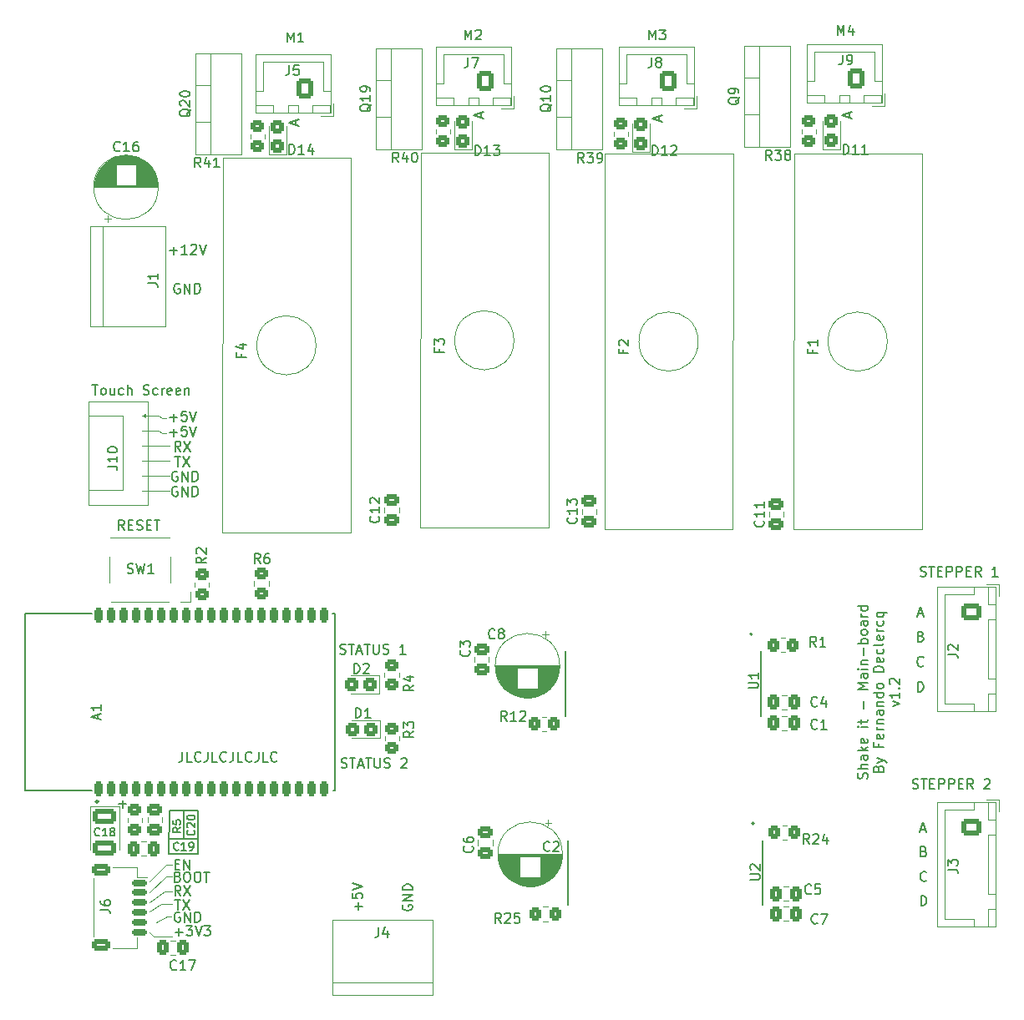
<source format=gto>
%TF.GenerationSoftware,KiCad,Pcbnew,(6.0.2)*%
%TF.CreationDate,2022-05-10T14:08:14+02:00*%
%TF.ProjectId,shake-it-machine_pcb,7368616b-652d-4697-942d-6d616368696e,rev?*%
%TF.SameCoordinates,PXfad696c0PYf0f76bc2*%
%TF.FileFunction,Legend,Top*%
%TF.FilePolarity,Positive*%
%FSLAX46Y46*%
G04 Gerber Fmt 4.6, Leading zero omitted, Abs format (unit mm)*
G04 Created by KiCad (PCBNEW (6.0.2)) date 2022-05-10 14:08:14*
%MOMM*%
%LPD*%
G01*
G04 APERTURE LIST*
G04 Aperture macros list*
%AMRoundRect*
0 Rectangle with rounded corners*
0 $1 Rounding radius*
0 $2 $3 $4 $5 $6 $7 $8 $9 X,Y pos of 4 corners*
0 Add a 4 corners polygon primitive as box body*
4,1,4,$2,$3,$4,$5,$6,$7,$8,$9,$2,$3,0*
0 Add four circle primitives for the rounded corners*
1,1,$1+$1,$2,$3*
1,1,$1+$1,$4,$5*
1,1,$1+$1,$6,$7*
1,1,$1+$1,$8,$9*
0 Add four rect primitives between the rounded corners*
20,1,$1+$1,$2,$3,$4,$5,0*
20,1,$1+$1,$4,$5,$6,$7,0*
20,1,$1+$1,$6,$7,$8,$9,0*
20,1,$1+$1,$8,$9,$2,$3,0*%
G04 Aperture macros list end*
%ADD10C,0.150000*%
%ADD11C,0.120000*%
%ADD12C,0.127000*%
%ADD13C,0.200000*%
%ADD14C,0.240000*%
%ADD15C,0.100000*%
%ADD16R,1.248000X1.248000*%
%ADD17C,1.248000*%
%ADD18RoundRect,0.250000X0.600000X0.750000X-0.600000X0.750000X-0.600000X-0.750000X0.600000X-0.750000X0*%
%ADD19O,1.700000X2.000000*%
%ADD20RoundRect,0.250000X-0.337500X-0.475000X0.337500X-0.475000X0.337500X0.475000X-0.337500X0.475000X0*%
%ADD21RoundRect,0.249999X0.400001X-0.412501X0.400001X0.412501X-0.400001X0.412501X-0.400001X-0.412501X0*%
%ADD22RoundRect,0.249999X0.450001X-0.350001X0.450001X0.350001X-0.450001X0.350001X-0.450001X-0.350001X0*%
%ADD23R,3.000000X2.000000*%
%ADD24O,3.000000X2.000000*%
%ADD25R,2.000000X1.905000*%
%ADD26O,2.000000X1.905000*%
%ADD27R,1.600000X1.600000*%
%ADD28C,1.600000*%
%ADD29RoundRect,0.250000X-0.475000X0.337500X-0.475000X-0.337500X0.475000X-0.337500X0.475000X0.337500X0*%
%ADD30RoundRect,0.250000X-0.925000X0.500000X-0.925000X-0.500000X0.925000X-0.500000X0.925000X0.500000X0*%
%ADD31RoundRect,0.250000X0.475000X-0.337500X0.475000X0.337500X-0.475000X0.337500X-0.475000X-0.337500X0*%
%ADD32RoundRect,0.250000X-0.725000X0.600000X-0.725000X-0.600000X0.725000X-0.600000X0.725000X0.600000X0*%
%ADD33O,1.950000X1.700000*%
%ADD34RoundRect,0.150000X-0.625000X0.150000X-0.625000X-0.150000X0.625000X-0.150000X0.625000X0.150000X0*%
%ADD35RoundRect,0.249999X-0.650001X0.350001X-0.650001X-0.350001X0.650001X-0.350001X0.650001X0.350001X0*%
%ADD36RoundRect,0.249600X-0.650400X0.350400X-0.650400X-0.350400X0.650400X-0.350400X0.650400X0.350400X0*%
%ADD37RoundRect,0.249999X0.350001X0.450001X-0.350001X0.450001X-0.350001X-0.450001X0.350001X-0.450001X0*%
%ADD38RoundRect,0.249999X-0.450001X0.350001X-0.450001X-0.350001X0.450001X-0.350001X0.450001X0.350001X0*%
%ADD39RoundRect,0.249999X-0.350001X-0.450001X0.350001X-0.450001X0.350001X0.450001X-0.350001X0.450001X0*%
%ADD40R,1.600000X1.400000*%
%ADD41RoundRect,0.213900X0.251100X-0.511100X0.251100X0.511100X-0.251100X0.511100X-0.251100X-0.511100X0*%
%ADD42R,4.000000X4.000000*%
%ADD43RoundRect,0.249999X0.412501X0.400001X-0.412501X0.400001X-0.412501X-0.400001X0.412501X-0.400001X0*%
%ADD44R,3.000000X3.000000*%
%ADD45C,3.000000*%
%ADD46R,1.500000X1.000000*%
%ADD47O,1.500000X1.000000*%
%ADD48C,0.800000*%
%ADD49C,6.400000*%
%ADD50C,2.400000*%
%ADD51O,2.400000X2.400000*%
G04 APERTURE END LIST*
D10*
X8291800Y14860522D02*
X8317200Y19254722D01*
D11*
X6336000Y9907522D02*
X7860000Y11050522D01*
X6336000Y9018522D02*
X7479000Y9780522D01*
X8114000Y8510522D02*
X8495000Y8510522D01*
X6209000Y54738522D02*
X5574000Y54738522D01*
X6209000Y57786522D02*
X5574000Y57786522D01*
X6209000Y59310522D02*
X5574000Y59310522D01*
X6717000Y6478522D02*
X8622000Y6478522D01*
X6082000Y56262522D02*
X8368000Y56262522D01*
X7479000Y9780522D02*
X8622000Y9780522D01*
D10*
X9765000Y16359122D02*
X8317200Y16359122D01*
D11*
X7606000Y59056522D02*
X7987000Y59056522D01*
X6209000Y54738522D02*
X8368000Y54738522D01*
X6082000Y51690522D02*
X5574000Y51690522D01*
D10*
X9765000Y16359122D02*
X11238200Y16359122D01*
D11*
X6082000Y53214522D02*
X8368000Y53214522D01*
X7860000Y11050522D02*
X8622000Y11050522D01*
X6209000Y59310522D02*
X7225000Y59310522D01*
D10*
X8317200Y19254722D02*
X11238200Y19254722D01*
D11*
X6082000Y51690522D02*
X8368000Y51690522D01*
X6971000Y7875522D02*
X8114000Y8510522D01*
X7225000Y59310522D02*
X7606000Y59056522D01*
X6336000Y12066522D02*
X7987000Y13717522D01*
D10*
X11238200Y19254722D02*
X11238200Y14860522D01*
X11238200Y14860522D02*
X8291800Y14860522D01*
D11*
X7987000Y12574522D02*
X8622000Y12574522D01*
X7225000Y57786522D02*
X6209000Y57786522D01*
X6082000Y53214522D02*
X5574000Y53214522D01*
X7987000Y57532522D02*
X7606000Y57532522D01*
X7987000Y13717522D02*
X8622000Y13717522D01*
X6336000Y6859522D02*
X6717000Y6478522D01*
D10*
X9765000Y19254722D02*
X9765000Y16359122D01*
D11*
X6082000Y56262522D02*
X5574000Y56262522D01*
X7606000Y57532522D02*
X7225000Y57786522D01*
X6336000Y10923522D02*
X7987000Y12574522D01*
D10*
X77241667Y89552426D02*
X77241667Y90028617D01*
X77527381Y89457188D02*
X76527381Y89790522D01*
X77527381Y90123855D01*
X79044762Y22481617D02*
X79092381Y22624474D01*
X79092381Y22862569D01*
X79044762Y22957807D01*
X78997143Y23005426D01*
X78901905Y23053045D01*
X78806667Y23053045D01*
X78711429Y23005426D01*
X78663810Y22957807D01*
X78616191Y22862569D01*
X78568572Y22672093D01*
X78520953Y22576855D01*
X78473334Y22529236D01*
X78378096Y22481617D01*
X78282858Y22481617D01*
X78187620Y22529236D01*
X78140000Y22576855D01*
X78092381Y22672093D01*
X78092381Y22910188D01*
X78140000Y23053045D01*
X79092381Y23481617D02*
X78092381Y23481617D01*
X79092381Y23910188D02*
X78568572Y23910188D01*
X78473334Y23862569D01*
X78425715Y23767331D01*
X78425715Y23624474D01*
X78473334Y23529236D01*
X78520953Y23481617D01*
X79092381Y24814950D02*
X78568572Y24814950D01*
X78473334Y24767331D01*
X78425715Y24672093D01*
X78425715Y24481617D01*
X78473334Y24386379D01*
X79044762Y24814950D02*
X79092381Y24719712D01*
X79092381Y24481617D01*
X79044762Y24386379D01*
X78949524Y24338760D01*
X78854286Y24338760D01*
X78759048Y24386379D01*
X78711429Y24481617D01*
X78711429Y24719712D01*
X78663810Y24814950D01*
X79092381Y25291141D02*
X78092381Y25291141D01*
X78711429Y25386379D02*
X79092381Y25672093D01*
X78425715Y25672093D02*
X78806667Y25291141D01*
X79044762Y26481617D02*
X79092381Y26386379D01*
X79092381Y26195902D01*
X79044762Y26100664D01*
X78949524Y26053045D01*
X78568572Y26053045D01*
X78473334Y26100664D01*
X78425715Y26195902D01*
X78425715Y26386379D01*
X78473334Y26481617D01*
X78568572Y26529236D01*
X78663810Y26529236D01*
X78759048Y26053045D01*
X79092381Y27719712D02*
X78425715Y27719712D01*
X78092381Y27719712D02*
X78140000Y27672093D01*
X78187620Y27719712D01*
X78140000Y27767331D01*
X78092381Y27719712D01*
X78187620Y27719712D01*
X78425715Y28053045D02*
X78425715Y28433998D01*
X78092381Y28195902D02*
X78949524Y28195902D01*
X79044762Y28243522D01*
X79092381Y28338760D01*
X79092381Y28433998D01*
X78711429Y29529236D02*
X78711429Y30291141D01*
X79092381Y31529236D02*
X78092381Y31529236D01*
X78806667Y31862569D01*
X78092381Y32195902D01*
X79092381Y32195902D01*
X79092381Y33100664D02*
X78568572Y33100664D01*
X78473334Y33053045D01*
X78425715Y32957807D01*
X78425715Y32767331D01*
X78473334Y32672093D01*
X79044762Y33100664D02*
X79092381Y33005426D01*
X79092381Y32767331D01*
X79044762Y32672093D01*
X78949524Y32624474D01*
X78854286Y32624474D01*
X78759048Y32672093D01*
X78711429Y32767331D01*
X78711429Y33005426D01*
X78663810Y33100664D01*
X79092381Y33576855D02*
X78425715Y33576855D01*
X78092381Y33576855D02*
X78140000Y33529236D01*
X78187620Y33576855D01*
X78140000Y33624474D01*
X78092381Y33576855D01*
X78187620Y33576855D01*
X78425715Y34053045D02*
X79092381Y34053045D01*
X78520953Y34053045D02*
X78473334Y34100664D01*
X78425715Y34195902D01*
X78425715Y34338760D01*
X78473334Y34433998D01*
X78568572Y34481617D01*
X79092381Y34481617D01*
X78711429Y34957807D02*
X78711429Y35719712D01*
X79092381Y36195902D02*
X78092381Y36195902D01*
X78473334Y36195902D02*
X78425715Y36291141D01*
X78425715Y36481617D01*
X78473334Y36576855D01*
X78520953Y36624474D01*
X78616191Y36672093D01*
X78901905Y36672093D01*
X78997143Y36624474D01*
X79044762Y36576855D01*
X79092381Y36481617D01*
X79092381Y36291141D01*
X79044762Y36195902D01*
X79092381Y37243522D02*
X79044762Y37148283D01*
X78997143Y37100664D01*
X78901905Y37053045D01*
X78616191Y37053045D01*
X78520953Y37100664D01*
X78473334Y37148283D01*
X78425715Y37243522D01*
X78425715Y37386379D01*
X78473334Y37481617D01*
X78520953Y37529236D01*
X78616191Y37576855D01*
X78901905Y37576855D01*
X78997143Y37529236D01*
X79044762Y37481617D01*
X79092381Y37386379D01*
X79092381Y37243522D01*
X79092381Y38433998D02*
X78568572Y38433998D01*
X78473334Y38386379D01*
X78425715Y38291141D01*
X78425715Y38100664D01*
X78473334Y38005426D01*
X79044762Y38433998D02*
X79092381Y38338760D01*
X79092381Y38100664D01*
X79044762Y38005426D01*
X78949524Y37957807D01*
X78854286Y37957807D01*
X78759048Y38005426D01*
X78711429Y38100664D01*
X78711429Y38338760D01*
X78663810Y38433998D01*
X79092381Y38910188D02*
X78425715Y38910188D01*
X78616191Y38910188D02*
X78520953Y38957807D01*
X78473334Y39005426D01*
X78425715Y39100664D01*
X78425715Y39195902D01*
X79092381Y39957807D02*
X78092381Y39957807D01*
X79044762Y39957807D02*
X79092381Y39862569D01*
X79092381Y39672093D01*
X79044762Y39576855D01*
X78997143Y39529236D01*
X78901905Y39481617D01*
X78616191Y39481617D01*
X78520953Y39529236D01*
X78473334Y39576855D01*
X78425715Y39672093D01*
X78425715Y39862569D01*
X78473334Y39957807D01*
X80178572Y23505426D02*
X80226191Y23648283D01*
X80273810Y23695902D01*
X80369048Y23743522D01*
X80511905Y23743522D01*
X80607143Y23695902D01*
X80654762Y23648283D01*
X80702381Y23553045D01*
X80702381Y23172093D01*
X79702381Y23172093D01*
X79702381Y23505426D01*
X79750000Y23600664D01*
X79797620Y23648283D01*
X79892858Y23695902D01*
X79988096Y23695902D01*
X80083334Y23648283D01*
X80130953Y23600664D01*
X80178572Y23505426D01*
X80178572Y23172093D01*
X80035715Y24076855D02*
X80702381Y24314950D01*
X80035715Y24553045D02*
X80702381Y24314950D01*
X80940477Y24219712D01*
X80988096Y24172093D01*
X81035715Y24076855D01*
X80178572Y26029236D02*
X80178572Y25695902D01*
X80702381Y25695902D02*
X79702381Y25695902D01*
X79702381Y26172093D01*
X80654762Y26933998D02*
X80702381Y26838760D01*
X80702381Y26648283D01*
X80654762Y26553045D01*
X80559524Y26505426D01*
X80178572Y26505426D01*
X80083334Y26553045D01*
X80035715Y26648283D01*
X80035715Y26838760D01*
X80083334Y26933998D01*
X80178572Y26981617D01*
X80273810Y26981617D01*
X80369048Y26505426D01*
X80702381Y27410188D02*
X80035715Y27410188D01*
X80226191Y27410188D02*
X80130953Y27457807D01*
X80083334Y27505426D01*
X80035715Y27600664D01*
X80035715Y27695902D01*
X80035715Y28029236D02*
X80702381Y28029236D01*
X80130953Y28029236D02*
X80083334Y28076855D01*
X80035715Y28172093D01*
X80035715Y28314950D01*
X80083334Y28410188D01*
X80178572Y28457807D01*
X80702381Y28457807D01*
X80702381Y29362569D02*
X80178572Y29362569D01*
X80083334Y29314950D01*
X80035715Y29219712D01*
X80035715Y29029236D01*
X80083334Y28933998D01*
X80654762Y29362569D02*
X80702381Y29267331D01*
X80702381Y29029236D01*
X80654762Y28933998D01*
X80559524Y28886379D01*
X80464286Y28886379D01*
X80369048Y28933998D01*
X80321429Y29029236D01*
X80321429Y29267331D01*
X80273810Y29362569D01*
X80035715Y29838760D02*
X80702381Y29838760D01*
X80130953Y29838760D02*
X80083334Y29886379D01*
X80035715Y29981617D01*
X80035715Y30124474D01*
X80083334Y30219712D01*
X80178572Y30267331D01*
X80702381Y30267331D01*
X80702381Y31172093D02*
X79702381Y31172093D01*
X80654762Y31172093D02*
X80702381Y31076855D01*
X80702381Y30886379D01*
X80654762Y30791141D01*
X80607143Y30743522D01*
X80511905Y30695902D01*
X80226191Y30695902D01*
X80130953Y30743522D01*
X80083334Y30791141D01*
X80035715Y30886379D01*
X80035715Y31076855D01*
X80083334Y31172093D01*
X80702381Y31791141D02*
X80654762Y31695902D01*
X80607143Y31648283D01*
X80511905Y31600664D01*
X80226191Y31600664D01*
X80130953Y31648283D01*
X80083334Y31695902D01*
X80035715Y31791141D01*
X80035715Y31933998D01*
X80083334Y32029236D01*
X80130953Y32076855D01*
X80226191Y32124474D01*
X80511905Y32124474D01*
X80607143Y32076855D01*
X80654762Y32029236D01*
X80702381Y31933998D01*
X80702381Y31791141D01*
X80702381Y33314950D02*
X79702381Y33314950D01*
X79702381Y33553045D01*
X79750000Y33695902D01*
X79845239Y33791141D01*
X79940477Y33838760D01*
X80130953Y33886379D01*
X80273810Y33886379D01*
X80464286Y33838760D01*
X80559524Y33791141D01*
X80654762Y33695902D01*
X80702381Y33553045D01*
X80702381Y33314950D01*
X80654762Y34695902D02*
X80702381Y34600664D01*
X80702381Y34410188D01*
X80654762Y34314950D01*
X80559524Y34267331D01*
X80178572Y34267331D01*
X80083334Y34314950D01*
X80035715Y34410188D01*
X80035715Y34600664D01*
X80083334Y34695902D01*
X80178572Y34743522D01*
X80273810Y34743522D01*
X80369048Y34267331D01*
X80654762Y35600664D02*
X80702381Y35505426D01*
X80702381Y35314950D01*
X80654762Y35219712D01*
X80607143Y35172093D01*
X80511905Y35124474D01*
X80226191Y35124474D01*
X80130953Y35172093D01*
X80083334Y35219712D01*
X80035715Y35314950D01*
X80035715Y35505426D01*
X80083334Y35600664D01*
X80702381Y36172093D02*
X80654762Y36076855D01*
X80559524Y36029236D01*
X79702381Y36029236D01*
X80654762Y36933998D02*
X80702381Y36838760D01*
X80702381Y36648283D01*
X80654762Y36553045D01*
X80559524Y36505426D01*
X80178572Y36505426D01*
X80083334Y36553045D01*
X80035715Y36648283D01*
X80035715Y36838760D01*
X80083334Y36933998D01*
X80178572Y36981617D01*
X80273810Y36981617D01*
X80369048Y36505426D01*
X80702381Y37410188D02*
X80035715Y37410188D01*
X80226191Y37410188D02*
X80130953Y37457807D01*
X80083334Y37505426D01*
X80035715Y37600664D01*
X80035715Y37695902D01*
X80654762Y38457807D02*
X80702381Y38362569D01*
X80702381Y38172093D01*
X80654762Y38076855D01*
X80607143Y38029236D01*
X80511905Y37981617D01*
X80226191Y37981617D01*
X80130953Y38029236D01*
X80083334Y38076855D01*
X80035715Y38172093D01*
X80035715Y38362569D01*
X80083334Y38457807D01*
X80035715Y39314950D02*
X81035715Y39314950D01*
X80654762Y39314950D02*
X80702381Y39219712D01*
X80702381Y39029236D01*
X80654762Y38933998D01*
X80607143Y38886379D01*
X80511905Y38838760D01*
X80226191Y38838760D01*
X80130953Y38886379D01*
X80083334Y38933998D01*
X80035715Y39029236D01*
X80035715Y39219712D01*
X80083334Y39314950D01*
X81645715Y29814950D02*
X82312381Y30053045D01*
X81645715Y30291141D01*
X82312381Y31195902D02*
X82312381Y30624474D01*
X82312381Y30910188D02*
X81312381Y30910188D01*
X81455239Y30814950D01*
X81550477Y30719712D01*
X81598096Y30624474D01*
X82217143Y31624474D02*
X82264762Y31672093D01*
X82312381Y31624474D01*
X82264762Y31576855D01*
X82217143Y31624474D01*
X82312381Y31624474D01*
X81407620Y32053045D02*
X81360000Y32100664D01*
X81312381Y32195902D01*
X81312381Y32433998D01*
X81360000Y32529236D01*
X81407620Y32576855D01*
X81502858Y32624474D01*
X81598096Y32624474D01*
X81740953Y32576855D01*
X82312381Y32005426D01*
X82312381Y32624474D01*
X9169858Y12518950D02*
X9312715Y12471331D01*
X9360334Y12423712D01*
X9407953Y12328474D01*
X9407953Y12185617D01*
X9360334Y12090379D01*
X9312715Y12042760D01*
X9217477Y11995141D01*
X8836524Y11995141D01*
X8836524Y12995141D01*
X9169858Y12995141D01*
X9265096Y12947522D01*
X9312715Y12899902D01*
X9360334Y12804664D01*
X9360334Y12709426D01*
X9312715Y12614188D01*
X9265096Y12566569D01*
X9169858Y12518950D01*
X8836524Y12518950D01*
X10027000Y12995141D02*
X10217477Y12995141D01*
X10312715Y12947522D01*
X10407953Y12852283D01*
X10455572Y12661807D01*
X10455572Y12328474D01*
X10407953Y12137998D01*
X10312715Y12042760D01*
X10217477Y11995141D01*
X10027000Y11995141D01*
X9931762Y12042760D01*
X9836524Y12137998D01*
X9788905Y12328474D01*
X9788905Y12661807D01*
X9836524Y12852283D01*
X9931762Y12947522D01*
X10027000Y12995141D01*
X11074620Y12995141D02*
X11265096Y12995141D01*
X11360334Y12947522D01*
X11455572Y12852283D01*
X11503191Y12661807D01*
X11503191Y12328474D01*
X11455572Y12137998D01*
X11360334Y12042760D01*
X11265096Y11995141D01*
X11074620Y11995141D01*
X10979381Y12042760D01*
X10884143Y12137998D01*
X10836524Y12328474D01*
X10836524Y12661807D01*
X10884143Y12852283D01*
X10979381Y12947522D01*
X11074620Y12995141D01*
X11788905Y12995141D02*
X12360334Y12995141D01*
X12074620Y11995141D02*
X12074620Y12995141D01*
X8876096Y10201141D02*
X9447524Y10201141D01*
X9161810Y9201141D02*
X9161810Y10201141D01*
X9685620Y10201141D02*
X10352286Y9201141D01*
X10352286Y10201141D02*
X9685620Y9201141D01*
X8899905Y13788950D02*
X9233239Y13788950D01*
X9376096Y13265141D02*
X8899905Y13265141D01*
X8899905Y14265141D01*
X9376096Y14265141D01*
X9804667Y13265141D02*
X9804667Y14265141D01*
X10376096Y13265141D01*
X10376096Y14265141D01*
X9471334Y10598141D02*
X9138000Y11074331D01*
X8899905Y10598141D02*
X8899905Y11598141D01*
X9280858Y11598141D01*
X9376096Y11550522D01*
X9423715Y11502902D01*
X9471334Y11407664D01*
X9471334Y11264807D01*
X9423715Y11169569D01*
X9376096Y11121950D01*
X9280858Y11074331D01*
X8899905Y11074331D01*
X9804667Y11598141D02*
X10471334Y10598141D01*
X10471334Y11598141D02*
X9804667Y10598141D01*
X8352286Y57588093D02*
X9114191Y57588093D01*
X8733239Y57207141D02*
X8733239Y57969045D01*
X10066572Y58207141D02*
X9590381Y58207141D01*
X9542762Y57730950D01*
X9590381Y57778569D01*
X9685620Y57826188D01*
X9923715Y57826188D01*
X10018953Y57778569D01*
X10066572Y57730950D01*
X10114191Y57635712D01*
X10114191Y57397617D01*
X10066572Y57302379D01*
X10018953Y57254760D01*
X9923715Y57207141D01*
X9685620Y57207141D01*
X9590381Y57254760D01*
X9542762Y57302379D01*
X10399905Y58207141D02*
X10733239Y57207141D01*
X11066572Y58207141D01*
X9130096Y53587522D02*
X9034858Y53635141D01*
X8892000Y53635141D01*
X8749143Y53587522D01*
X8653905Y53492283D01*
X8606286Y53397045D01*
X8558667Y53206569D01*
X8558667Y53063712D01*
X8606286Y52873236D01*
X8653905Y52777998D01*
X8749143Y52682760D01*
X8892000Y52635141D01*
X8987239Y52635141D01*
X9130096Y52682760D01*
X9177715Y52730379D01*
X9177715Y53063712D01*
X8987239Y53063712D01*
X9606286Y52635141D02*
X9606286Y53635141D01*
X10177715Y52635141D01*
X10177715Y53635141D01*
X10653905Y52635141D02*
X10653905Y53635141D01*
X10892000Y53635141D01*
X11034858Y53587522D01*
X11130096Y53492283D01*
X11177715Y53397045D01*
X11225334Y53206569D01*
X11225334Y53063712D01*
X11177715Y52873236D01*
X11130096Y52777998D01*
X11034858Y52682760D01*
X10892000Y52635141D01*
X10653905Y52635141D01*
X31998000Y9653617D02*
X31950381Y9558379D01*
X31950381Y9415522D01*
X31998000Y9272664D01*
X32093239Y9177426D01*
X32188477Y9129807D01*
X32378953Y9082188D01*
X32521810Y9082188D01*
X32712286Y9129807D01*
X32807524Y9177426D01*
X32902762Y9272664D01*
X32950381Y9415522D01*
X32950381Y9510760D01*
X32902762Y9653617D01*
X32855143Y9701236D01*
X32521810Y9701236D01*
X32521810Y9510760D01*
X32950381Y10129807D02*
X31950381Y10129807D01*
X32950381Y10701236D01*
X31950381Y10701236D01*
X32950381Y11177426D02*
X31950381Y11177426D01*
X31950381Y11415522D01*
X31998000Y11558379D01*
X32093239Y11653617D01*
X32188477Y11701236D01*
X32378953Y11748855D01*
X32521810Y11748855D01*
X32712286Y11701236D01*
X32807524Y11653617D01*
X32902762Y11558379D01*
X32950381Y11415522D01*
X32950381Y11177426D01*
X9641753Y25187141D02*
X9641753Y24472855D01*
X9594134Y24329998D01*
X9498896Y24234760D01*
X9356039Y24187141D01*
X9260800Y24187141D01*
X10594134Y24187141D02*
X10117943Y24187141D01*
X10117943Y25187141D01*
X11498896Y24282379D02*
X11451277Y24234760D01*
X11308420Y24187141D01*
X11213181Y24187141D01*
X11070324Y24234760D01*
X10975086Y24329998D01*
X10927467Y24425236D01*
X10879848Y24615712D01*
X10879848Y24758569D01*
X10927467Y24949045D01*
X10975086Y25044283D01*
X11070324Y25139522D01*
X11213181Y25187141D01*
X11308420Y25187141D01*
X11451277Y25139522D01*
X11498896Y25091902D01*
X12213181Y25187141D02*
X12213181Y24472855D01*
X12165562Y24329998D01*
X12070324Y24234760D01*
X11927467Y24187141D01*
X11832229Y24187141D01*
X13165562Y24187141D02*
X12689372Y24187141D01*
X12689372Y25187141D01*
X14070324Y24282379D02*
X14022705Y24234760D01*
X13879848Y24187141D01*
X13784610Y24187141D01*
X13641753Y24234760D01*
X13546515Y24329998D01*
X13498896Y24425236D01*
X13451277Y24615712D01*
X13451277Y24758569D01*
X13498896Y24949045D01*
X13546515Y25044283D01*
X13641753Y25139522D01*
X13784610Y25187141D01*
X13879848Y25187141D01*
X14022705Y25139522D01*
X14070324Y25091902D01*
X14784610Y25187141D02*
X14784610Y24472855D01*
X14736991Y24329998D01*
X14641753Y24234760D01*
X14498896Y24187141D01*
X14403658Y24187141D01*
X15736991Y24187141D02*
X15260800Y24187141D01*
X15260800Y25187141D01*
X16641753Y24282379D02*
X16594134Y24234760D01*
X16451277Y24187141D01*
X16356039Y24187141D01*
X16213181Y24234760D01*
X16117943Y24329998D01*
X16070324Y24425236D01*
X16022705Y24615712D01*
X16022705Y24758569D01*
X16070324Y24949045D01*
X16117943Y25044283D01*
X16213181Y25139522D01*
X16356039Y25187141D01*
X16451277Y25187141D01*
X16594134Y25139522D01*
X16641753Y25091902D01*
X17356039Y25187141D02*
X17356039Y24472855D01*
X17308420Y24329998D01*
X17213181Y24234760D01*
X17070324Y24187141D01*
X16975086Y24187141D01*
X18308420Y24187141D02*
X17832229Y24187141D01*
X17832229Y25187141D01*
X19213181Y24282379D02*
X19165562Y24234760D01*
X19022705Y24187141D01*
X18927467Y24187141D01*
X18784610Y24234760D01*
X18689372Y24329998D01*
X18641753Y24425236D01*
X18594134Y24615712D01*
X18594134Y24758569D01*
X18641753Y24949045D01*
X18689372Y25044283D01*
X18784610Y25139522D01*
X18927467Y25187141D01*
X19022705Y25187141D01*
X19165562Y25139522D01*
X19213181Y25091902D01*
X21133067Y88790426D02*
X21133067Y89266617D01*
X21418781Y88695188D02*
X20418781Y89028522D01*
X21418781Y89361855D01*
X8876096Y55159141D02*
X9447524Y55159141D01*
X9161810Y54159141D02*
X9161810Y55159141D01*
X9685620Y55159141D02*
X10352286Y54159141D01*
X10352286Y55159141D02*
X9685620Y54159141D01*
X25608667Y35156760D02*
X25751524Y35109141D01*
X25989620Y35109141D01*
X26084858Y35156760D01*
X26132477Y35204379D01*
X26180096Y35299617D01*
X26180096Y35394855D01*
X26132477Y35490093D01*
X26084858Y35537712D01*
X25989620Y35585331D01*
X25799143Y35632950D01*
X25703905Y35680569D01*
X25656286Y35728188D01*
X25608667Y35823426D01*
X25608667Y35918664D01*
X25656286Y36013902D01*
X25703905Y36061522D01*
X25799143Y36109141D01*
X26037239Y36109141D01*
X26180096Y36061522D01*
X26465810Y36109141D02*
X27037239Y36109141D01*
X26751524Y35109141D02*
X26751524Y36109141D01*
X27322953Y35394855D02*
X27799143Y35394855D01*
X27227715Y35109141D02*
X27561048Y36109141D01*
X27894381Y35109141D01*
X28084858Y36109141D02*
X28656286Y36109141D01*
X28370572Y35109141D02*
X28370572Y36109141D01*
X28989620Y36109141D02*
X28989620Y35299617D01*
X29037239Y35204379D01*
X29084858Y35156760D01*
X29180096Y35109141D01*
X29370572Y35109141D01*
X29465810Y35156760D01*
X29513429Y35204379D01*
X29561048Y35299617D01*
X29561048Y36109141D01*
X29989620Y35156760D02*
X30132477Y35109141D01*
X30370572Y35109141D01*
X30465810Y35156760D01*
X30513429Y35204379D01*
X30561048Y35299617D01*
X30561048Y35394855D01*
X30513429Y35490093D01*
X30465810Y35537712D01*
X30370572Y35585331D01*
X30180096Y35632950D01*
X30084858Y35680569D01*
X30037239Y35728188D01*
X29989620Y35823426D01*
X29989620Y35918664D01*
X30037239Y36013902D01*
X30084858Y36061522D01*
X30180096Y36109141D01*
X30418191Y36109141D01*
X30561048Y36061522D01*
X32275334Y35109141D02*
X31703905Y35109141D01*
X31989620Y35109141D02*
X31989620Y36109141D01*
X31894381Y35966283D01*
X31799143Y35871045D01*
X31703905Y35823426D01*
X20258477Y97186741D02*
X20258477Y98186741D01*
X20591810Y97472455D01*
X20925143Y98186741D01*
X20925143Y97186741D01*
X21925143Y97186741D02*
X21353715Y97186741D01*
X21639429Y97186741D02*
X21639429Y98186741D01*
X21544191Y98043883D01*
X21448953Y97948645D01*
X21353715Y97901026D01*
X25735667Y23599760D02*
X25878524Y23552141D01*
X26116620Y23552141D01*
X26211858Y23599760D01*
X26259477Y23647379D01*
X26307096Y23742617D01*
X26307096Y23837855D01*
X26259477Y23933093D01*
X26211858Y23980712D01*
X26116620Y24028331D01*
X25926143Y24075950D01*
X25830905Y24123569D01*
X25783286Y24171188D01*
X25735667Y24266426D01*
X25735667Y24361664D01*
X25783286Y24456902D01*
X25830905Y24504522D01*
X25926143Y24552141D01*
X26164239Y24552141D01*
X26307096Y24504522D01*
X26592810Y24552141D02*
X27164239Y24552141D01*
X26878524Y23552141D02*
X26878524Y24552141D01*
X27449953Y23837855D02*
X27926143Y23837855D01*
X27354715Y23552141D02*
X27688048Y24552141D01*
X28021381Y23552141D01*
X28211858Y24552141D02*
X28783286Y24552141D01*
X28497572Y23552141D02*
X28497572Y24552141D01*
X29116620Y24552141D02*
X29116620Y23742617D01*
X29164239Y23647379D01*
X29211858Y23599760D01*
X29307096Y23552141D01*
X29497572Y23552141D01*
X29592810Y23599760D01*
X29640429Y23647379D01*
X29688048Y23742617D01*
X29688048Y24552141D01*
X30116620Y23599760D02*
X30259477Y23552141D01*
X30497572Y23552141D01*
X30592810Y23599760D01*
X30640429Y23647379D01*
X30688048Y23742617D01*
X30688048Y23837855D01*
X30640429Y23933093D01*
X30592810Y23980712D01*
X30497572Y24028331D01*
X30307096Y24075950D01*
X30211858Y24123569D01*
X30164239Y24171188D01*
X30116620Y24266426D01*
X30116620Y24361664D01*
X30164239Y24456902D01*
X30211858Y24504522D01*
X30307096Y24552141D01*
X30545191Y24552141D01*
X30688048Y24504522D01*
X31830905Y24456902D02*
X31878524Y24504522D01*
X31973762Y24552141D01*
X32211858Y24552141D01*
X32307096Y24504522D01*
X32354715Y24456902D01*
X32402334Y24361664D01*
X32402334Y24266426D01*
X32354715Y24123569D01*
X31783286Y23552141D01*
X32402334Y23552141D01*
X84791829Y15084350D02*
X84934686Y15036731D01*
X84982305Y14989112D01*
X85029924Y14893874D01*
X85029924Y14751017D01*
X84982305Y14655779D01*
X84934686Y14608160D01*
X84839448Y14560541D01*
X84458496Y14560541D01*
X84458496Y15560541D01*
X84791829Y15560541D01*
X84887067Y15512922D01*
X84934686Y15465302D01*
X84982305Y15370064D01*
X84982305Y15274826D01*
X84934686Y15179588D01*
X84887067Y15131969D01*
X84791829Y15084350D01*
X84458496Y15084350D01*
X38267077Y97440741D02*
X38267077Y98440741D01*
X38600410Y97726455D01*
X38933743Y98440741D01*
X38933743Y97440741D01*
X39362315Y98345502D02*
X39409934Y98393122D01*
X39505172Y98440741D01*
X39743267Y98440741D01*
X39838505Y98393122D01*
X39886124Y98345502D01*
X39933743Y98250264D01*
X39933743Y98155026D01*
X39886124Y98012169D01*
X39314696Y97440741D01*
X39933743Y97440741D01*
X9130096Y52063522D02*
X9034858Y52111141D01*
X8892000Y52111141D01*
X8749143Y52063522D01*
X8653905Y51968283D01*
X8606286Y51873045D01*
X8558667Y51682569D01*
X8558667Y51539712D01*
X8606286Y51349236D01*
X8653905Y51253998D01*
X8749143Y51158760D01*
X8892000Y51111141D01*
X8987239Y51111141D01*
X9130096Y51158760D01*
X9177715Y51206379D01*
X9177715Y51539712D01*
X8987239Y51539712D01*
X9606286Y51111141D02*
X9606286Y52111141D01*
X10177715Y51111141D01*
X10177715Y52111141D01*
X10653905Y51111141D02*
X10653905Y52111141D01*
X10892000Y52111141D01*
X11034858Y52063522D01*
X11130096Y51968283D01*
X11177715Y51873045D01*
X11225334Y51682569D01*
X11225334Y51539712D01*
X11177715Y51349236D01*
X11130096Y51253998D01*
X11034858Y51158760D01*
X10892000Y51111141D01*
X10653905Y51111141D01*
X84449429Y43030760D02*
X84592286Y42983141D01*
X84830381Y42983141D01*
X84925620Y43030760D01*
X84973239Y43078379D01*
X85020858Y43173617D01*
X85020858Y43268855D01*
X84973239Y43364093D01*
X84925620Y43411712D01*
X84830381Y43459331D01*
X84639905Y43506950D01*
X84544667Y43554569D01*
X84497048Y43602188D01*
X84449429Y43697426D01*
X84449429Y43792664D01*
X84497048Y43887902D01*
X84544667Y43935522D01*
X84639905Y43983141D01*
X84878001Y43983141D01*
X85020858Y43935522D01*
X85306572Y43983141D02*
X85878001Y43983141D01*
X85592286Y42983141D02*
X85592286Y43983141D01*
X86211334Y43506950D02*
X86544667Y43506950D01*
X86687523Y42983141D02*
X86211334Y42983141D01*
X86211334Y43983141D01*
X86687523Y43983141D01*
X87116095Y42983141D02*
X87116095Y43983141D01*
X87497047Y43983141D01*
X87592285Y43935522D01*
X87639904Y43887902D01*
X87687523Y43792664D01*
X87687523Y43649807D01*
X87639904Y43554569D01*
X87592285Y43506950D01*
X87497047Y43459331D01*
X87116095Y43459331D01*
X88116095Y42983141D02*
X88116095Y43983141D01*
X88497047Y43983141D01*
X88592285Y43935522D01*
X88639904Y43887902D01*
X88687523Y43792664D01*
X88687523Y43649807D01*
X88639904Y43554569D01*
X88592285Y43506950D01*
X88497047Y43459331D01*
X88116095Y43459331D01*
X89116095Y43506950D02*
X89449428Y43506950D01*
X89592285Y42983141D02*
X89116095Y42983141D01*
X89116095Y43983141D01*
X89592285Y43983141D01*
X90592285Y42983141D02*
X90258952Y43459331D01*
X90020857Y42983141D02*
X90020857Y43983141D01*
X90401809Y43983141D01*
X90497047Y43935522D01*
X90544666Y43887902D01*
X90592285Y43792664D01*
X90592285Y43649807D01*
X90544666Y43554569D01*
X90497047Y43506950D01*
X90401809Y43459331D01*
X90020857Y43459331D01*
X92306571Y42983141D02*
X91735142Y42983141D01*
X92020857Y42983141D02*
X92020857Y43983141D01*
X91925619Y43840283D01*
X91830380Y43745045D01*
X91735142Y43697426D01*
X84482305Y17310055D02*
X84958496Y17310055D01*
X84387067Y17024341D02*
X84720400Y18024341D01*
X85053734Y17024341D01*
X57963067Y89171426D02*
X57963067Y89647617D01*
X58248781Y89076188D02*
X57248781Y89409522D01*
X58248781Y89742855D01*
X84202905Y39204855D02*
X84679096Y39204855D01*
X84107667Y38919141D02*
X84441000Y39919141D01*
X84774334Y38919141D01*
X56936077Y97440741D02*
X56936077Y98440741D01*
X57269410Y97726455D01*
X57602743Y98440741D01*
X57602743Y97440741D01*
X57983696Y98440741D02*
X58602743Y98440741D01*
X58269410Y98059788D01*
X58412267Y98059788D01*
X58507505Y98012169D01*
X58555124Y97964550D01*
X58602743Y97869312D01*
X58602743Y97631217D01*
X58555124Y97535979D01*
X58507505Y97488360D01*
X58412267Y97440741D01*
X58126553Y97440741D01*
X58031315Y97488360D01*
X57983696Y97535979D01*
X84509296Y9582141D02*
X84509296Y10582141D01*
X84747391Y10582141D01*
X84890248Y10534522D01*
X84985486Y10439283D01*
X85033105Y10344045D01*
X85080724Y10153569D01*
X85080724Y10010712D01*
X85033105Y9820236D01*
X84985486Y9724998D01*
X84890248Y9629760D01*
X84747391Y9582141D01*
X84509296Y9582141D01*
X85055324Y12141179D02*
X85007705Y12093560D01*
X84864848Y12045941D01*
X84769610Y12045941D01*
X84626753Y12093560D01*
X84531515Y12188798D01*
X84483896Y12284036D01*
X84436277Y12474512D01*
X84436277Y12617369D01*
X84483896Y12807845D01*
X84531515Y12903083D01*
X84626753Y12998322D01*
X84769610Y13045941D01*
X84864848Y13045941D01*
X85007705Y12998322D01*
X85055324Y12950702D01*
X9384096Y8883522D02*
X9288858Y8931141D01*
X9146000Y8931141D01*
X9003143Y8883522D01*
X8907905Y8788283D01*
X8860286Y8693045D01*
X8812667Y8502569D01*
X8812667Y8359712D01*
X8860286Y8169236D01*
X8907905Y8073998D01*
X9003143Y7978760D01*
X9146000Y7931141D01*
X9241239Y7931141D01*
X9384096Y7978760D01*
X9431715Y8026379D01*
X9431715Y8359712D01*
X9241239Y8359712D01*
X9860286Y7931141D02*
X9860286Y8931141D01*
X10431715Y7931141D01*
X10431715Y8931141D01*
X10907905Y7931141D02*
X10907905Y8931141D01*
X11146000Y8931141D01*
X11288858Y8883522D01*
X11384096Y8788283D01*
X11431715Y8693045D01*
X11479334Y8502569D01*
X11479334Y8359712D01*
X11431715Y8169236D01*
X11384096Y8073998D01*
X11288858Y7978760D01*
X11146000Y7931141D01*
X10907905Y7931141D01*
X8892096Y6915093D02*
X9654000Y6915093D01*
X9273048Y6534141D02*
X9273048Y7296045D01*
X10034953Y7534141D02*
X10654000Y7534141D01*
X10320667Y7153188D01*
X10463524Y7153188D01*
X10558762Y7105569D01*
X10606381Y7057950D01*
X10654000Y6962712D01*
X10654000Y6724617D01*
X10606381Y6629379D01*
X10558762Y6581760D01*
X10463524Y6534141D01*
X10177810Y6534141D01*
X10082572Y6581760D01*
X10034953Y6629379D01*
X10939715Y7534141D02*
X11273048Y6534141D01*
X11606381Y7534141D01*
X11844477Y7534141D02*
X12463524Y7534141D01*
X12130191Y7153188D01*
X12273048Y7153188D01*
X12368286Y7105569D01*
X12415905Y7057950D01*
X12463524Y6962712D01*
X12463524Y6724617D01*
X12415905Y6629379D01*
X12368286Y6581760D01*
X12273048Y6534141D01*
X11987334Y6534141D01*
X11892096Y6581760D01*
X11844477Y6629379D01*
X39903667Y89552426D02*
X39903667Y90028617D01*
X40189381Y89457188D02*
X39189381Y89790522D01*
X40189381Y90123855D01*
X84512429Y36902950D02*
X84655286Y36855331D01*
X84702905Y36807712D01*
X84750524Y36712474D01*
X84750524Y36569617D01*
X84702905Y36474379D01*
X84655286Y36426760D01*
X84560048Y36379141D01*
X84179096Y36379141D01*
X84179096Y37379141D01*
X84512429Y37379141D01*
X84607667Y37331522D01*
X84655286Y37283902D01*
X84702905Y37188664D01*
X84702905Y37093426D01*
X84655286Y36998188D01*
X84607667Y36950569D01*
X84512429Y36902950D01*
X84179096Y36902950D01*
X3186448Y19894493D02*
X3948353Y19894493D01*
X3567400Y19513541D02*
X3567400Y20275445D01*
X27489429Y9129807D02*
X27489429Y9891712D01*
X27870381Y9510760D02*
X27108477Y9510760D01*
X26870381Y10844093D02*
X26870381Y10367902D01*
X27346572Y10320283D01*
X27298953Y10367902D01*
X27251334Y10463141D01*
X27251334Y10701236D01*
X27298953Y10796474D01*
X27346572Y10844093D01*
X27441810Y10891712D01*
X27679905Y10891712D01*
X27775143Y10844093D01*
X27822762Y10796474D01*
X27870381Y10701236D01*
X27870381Y10463141D01*
X27822762Y10367902D01*
X27775143Y10320283D01*
X26870381Y11177426D02*
X27870381Y11510760D01*
X26870381Y11844093D01*
X9471334Y55683141D02*
X9138000Y56159331D01*
X8899905Y55683141D02*
X8899905Y56683141D01*
X9280858Y56683141D01*
X9376096Y56635522D01*
X9423715Y56587902D01*
X9471334Y56492664D01*
X9471334Y56349807D01*
X9423715Y56254569D01*
X9376096Y56206950D01*
X9280858Y56159331D01*
X8899905Y56159331D01*
X9804667Y56683141D02*
X10471334Y55683141D01*
X10471334Y56683141D02*
X9804667Y55683141D01*
X496210Y62398141D02*
X1067639Y62398141D01*
X781924Y61398141D02*
X781924Y62398141D01*
X1543829Y61398141D02*
X1448591Y61445760D01*
X1400972Y61493379D01*
X1353353Y61588617D01*
X1353353Y61874331D01*
X1400972Y61969569D01*
X1448591Y62017188D01*
X1543829Y62064807D01*
X1686686Y62064807D01*
X1781924Y62017188D01*
X1829543Y61969569D01*
X1877162Y61874331D01*
X1877162Y61588617D01*
X1829543Y61493379D01*
X1781924Y61445760D01*
X1686686Y61398141D01*
X1543829Y61398141D01*
X2734305Y62064807D02*
X2734305Y61398141D01*
X2305734Y62064807D02*
X2305734Y61540998D01*
X2353353Y61445760D01*
X2448591Y61398141D01*
X2591448Y61398141D01*
X2686686Y61445760D01*
X2734305Y61493379D01*
X3639067Y61445760D02*
X3543829Y61398141D01*
X3353353Y61398141D01*
X3258115Y61445760D01*
X3210496Y61493379D01*
X3162877Y61588617D01*
X3162877Y61874331D01*
X3210496Y61969569D01*
X3258115Y62017188D01*
X3353353Y62064807D01*
X3543829Y62064807D01*
X3639067Y62017188D01*
X4067639Y61398141D02*
X4067639Y62398141D01*
X4496210Y61398141D02*
X4496210Y61921950D01*
X4448591Y62017188D01*
X4353353Y62064807D01*
X4210496Y62064807D01*
X4115258Y62017188D01*
X4067639Y61969569D01*
X5686686Y61445760D02*
X5829543Y61398141D01*
X6067639Y61398141D01*
X6162877Y61445760D01*
X6210496Y61493379D01*
X6258115Y61588617D01*
X6258115Y61683855D01*
X6210496Y61779093D01*
X6162877Y61826712D01*
X6067639Y61874331D01*
X5877162Y61921950D01*
X5781924Y61969569D01*
X5734305Y62017188D01*
X5686686Y62112426D01*
X5686686Y62207664D01*
X5734305Y62302902D01*
X5781924Y62350522D01*
X5877162Y62398141D01*
X6115258Y62398141D01*
X6258115Y62350522D01*
X7115258Y61445760D02*
X7020020Y61398141D01*
X6829543Y61398141D01*
X6734305Y61445760D01*
X6686686Y61493379D01*
X6639067Y61588617D01*
X6639067Y61874331D01*
X6686686Y61969569D01*
X6734305Y62017188D01*
X6829543Y62064807D01*
X7020020Y62064807D01*
X7115258Y62017188D01*
X7543829Y61398141D02*
X7543829Y62064807D01*
X7543829Y61874331D02*
X7591448Y61969569D01*
X7639067Y62017188D01*
X7734305Y62064807D01*
X7829543Y62064807D01*
X8543829Y61445760D02*
X8448591Y61398141D01*
X8258115Y61398141D01*
X8162877Y61445760D01*
X8115258Y61540998D01*
X8115258Y61921950D01*
X8162877Y62017188D01*
X8258115Y62064807D01*
X8448591Y62064807D01*
X8543829Y62017188D01*
X8591448Y61921950D01*
X8591448Y61826712D01*
X8115258Y61731474D01*
X9400972Y61445760D02*
X9305734Y61398141D01*
X9115258Y61398141D01*
X9020020Y61445760D01*
X8972400Y61540998D01*
X8972400Y61921950D01*
X9020020Y62017188D01*
X9115258Y62064807D01*
X9305734Y62064807D01*
X9400972Y62017188D01*
X9448591Y61921950D01*
X9448591Y61826712D01*
X8972400Y61731474D01*
X9877162Y62064807D02*
X9877162Y61398141D01*
X9877162Y61969569D02*
X9924781Y62017188D01*
X10020020Y62064807D01*
X10162877Y62064807D01*
X10258115Y62017188D01*
X10305734Y61921950D01*
X10305734Y61398141D01*
X83662029Y21491560D02*
X83804886Y21443941D01*
X84042981Y21443941D01*
X84138220Y21491560D01*
X84185839Y21539179D01*
X84233458Y21634417D01*
X84233458Y21729655D01*
X84185839Y21824893D01*
X84138220Y21872512D01*
X84042981Y21920131D01*
X83852505Y21967750D01*
X83757267Y22015369D01*
X83709648Y22062988D01*
X83662029Y22158226D01*
X83662029Y22253464D01*
X83709648Y22348702D01*
X83757267Y22396322D01*
X83852505Y22443941D01*
X84090601Y22443941D01*
X84233458Y22396322D01*
X84519172Y22443941D02*
X85090601Y22443941D01*
X84804886Y21443941D02*
X84804886Y22443941D01*
X85423934Y21967750D02*
X85757267Y21967750D01*
X85900124Y21443941D02*
X85423934Y21443941D01*
X85423934Y22443941D01*
X85900124Y22443941D01*
X86328696Y21443941D02*
X86328696Y22443941D01*
X86709647Y22443941D01*
X86804885Y22396322D01*
X86852504Y22348702D01*
X86900123Y22253464D01*
X86900123Y22110607D01*
X86852504Y22015369D01*
X86804885Y21967750D01*
X86709647Y21920131D01*
X86328696Y21920131D01*
X87328695Y21443941D02*
X87328695Y22443941D01*
X87709647Y22443941D01*
X87804885Y22396322D01*
X87852504Y22348702D01*
X87900123Y22253464D01*
X87900123Y22110607D01*
X87852504Y22015369D01*
X87804885Y21967750D01*
X87709647Y21920131D01*
X87328695Y21920131D01*
X88328695Y21967750D02*
X88662028Y21967750D01*
X88804885Y21443941D02*
X88328695Y21443941D01*
X88328695Y22443941D01*
X88804885Y22443941D01*
X89804885Y21443941D02*
X89471552Y21920131D01*
X89233457Y21443941D02*
X89233457Y22443941D01*
X89614409Y22443941D01*
X89709647Y22396322D01*
X89757266Y22348702D01*
X89804885Y22253464D01*
X89804885Y22110607D01*
X89757266Y22015369D01*
X89709647Y21967750D01*
X89614409Y21920131D01*
X89233457Y21920131D01*
X90947742Y22348702D02*
X90995361Y22396322D01*
X91090600Y22443941D01*
X91328695Y22443941D01*
X91423933Y22396322D01*
X91471552Y22348702D01*
X91519171Y22253464D01*
X91519171Y22158226D01*
X91471552Y22015369D01*
X90900123Y21443941D01*
X91519171Y21443941D01*
X76036877Y97872541D02*
X76036877Y98872541D01*
X76370210Y98158255D01*
X76703543Y98872541D01*
X76703543Y97872541D01*
X77608305Y98539207D02*
X77608305Y97872541D01*
X77370210Y98920160D02*
X77132115Y98205874D01*
X77751162Y98205874D01*
X84750524Y33934379D02*
X84702905Y33886760D01*
X84560048Y33839141D01*
X84464810Y33839141D01*
X84321953Y33886760D01*
X84226715Y33981998D01*
X84179096Y34077236D01*
X84131477Y34267712D01*
X84131477Y34410569D01*
X84179096Y34601045D01*
X84226715Y34696283D01*
X84321953Y34791522D01*
X84464810Y34839141D01*
X84560048Y34839141D01*
X84702905Y34791522D01*
X84750524Y34743902D01*
X9358696Y72637522D02*
X9263458Y72685141D01*
X9120600Y72685141D01*
X8977743Y72637522D01*
X8882505Y72542283D01*
X8834886Y72447045D01*
X8787267Y72256569D01*
X8787267Y72113712D01*
X8834886Y71923236D01*
X8882505Y71827998D01*
X8977743Y71732760D01*
X9120600Y71685141D01*
X9215839Y71685141D01*
X9358696Y71732760D01*
X9406315Y71780379D01*
X9406315Y72113712D01*
X9215839Y72113712D01*
X9834886Y71685141D02*
X9834886Y72685141D01*
X10406315Y71685141D01*
X10406315Y72685141D01*
X10882505Y71685141D02*
X10882505Y72685141D01*
X11120600Y72685141D01*
X11263458Y72637522D01*
X11358696Y72542283D01*
X11406315Y72447045D01*
X11453934Y72256569D01*
X11453934Y72113712D01*
X11406315Y71923236D01*
X11358696Y71827998D01*
X11263458Y71732760D01*
X11120600Y71685141D01*
X10882505Y71685141D01*
X84179096Y31299141D02*
X84179096Y32299141D01*
X84417191Y32299141D01*
X84560048Y32251522D01*
X84655286Y32156283D01*
X84702905Y32061045D01*
X84750524Y31870569D01*
X84750524Y31727712D01*
X84702905Y31537236D01*
X84655286Y31441998D01*
X84560048Y31346760D01*
X84417191Y31299141D01*
X84179096Y31299141D01*
X8358696Y76028493D02*
X9120600Y76028493D01*
X8739648Y75647541D02*
X8739648Y76409445D01*
X10120600Y75647541D02*
X9549172Y75647541D01*
X9834886Y75647541D02*
X9834886Y76647541D01*
X9739648Y76504683D01*
X9644410Y76409445D01*
X9549172Y76361826D01*
X10501553Y76552302D02*
X10549172Y76599922D01*
X10644410Y76647541D01*
X10882505Y76647541D01*
X10977743Y76599922D01*
X11025362Y76552302D01*
X11072981Y76457064D01*
X11072981Y76361826D01*
X11025362Y76218969D01*
X10453934Y75647541D01*
X11072981Y75647541D01*
X11358696Y76647541D02*
X11692029Y75647541D01*
X12025362Y76647541D01*
X8352286Y59112093D02*
X9114191Y59112093D01*
X8733239Y58731141D02*
X8733239Y59493045D01*
X10066572Y59731141D02*
X9590381Y59731141D01*
X9542762Y59254950D01*
X9590381Y59302569D01*
X9685620Y59350188D01*
X9923715Y59350188D01*
X10018953Y59302569D01*
X10066572Y59254950D01*
X10114191Y59159712D01*
X10114191Y58921617D01*
X10066572Y58826379D01*
X10018953Y58778760D01*
X9923715Y58731141D01*
X9685620Y58731141D01*
X9590381Y58778760D01*
X9542762Y58826379D01*
X10399905Y59731141D02*
X10733239Y58731141D01*
X11066572Y59731141D01*
X3740620Y47682141D02*
X3407286Y48158331D01*
X3169191Y47682141D02*
X3169191Y48682141D01*
X3550143Y48682141D01*
X3645381Y48634522D01*
X3693000Y48586902D01*
X3740620Y48491664D01*
X3740620Y48348807D01*
X3693000Y48253569D01*
X3645381Y48205950D01*
X3550143Y48158331D01*
X3169191Y48158331D01*
X4169191Y48205950D02*
X4502524Y48205950D01*
X4645381Y47682141D02*
X4169191Y47682141D01*
X4169191Y48682141D01*
X4645381Y48682141D01*
X5026334Y47729760D02*
X5169191Y47682141D01*
X5407286Y47682141D01*
X5502524Y47729760D01*
X5550143Y47777379D01*
X5597762Y47872617D01*
X5597762Y47967855D01*
X5550143Y48063093D01*
X5502524Y48110712D01*
X5407286Y48158331D01*
X5216810Y48205950D01*
X5121572Y48253569D01*
X5073953Y48301188D01*
X5026334Y48396426D01*
X5026334Y48491664D01*
X5073953Y48586902D01*
X5121572Y48634522D01*
X5216810Y48682141D01*
X5454905Y48682141D01*
X5597762Y48634522D01*
X6026334Y48205950D02*
X6359667Y48205950D01*
X6502524Y47682141D02*
X6026334Y47682141D01*
X6026334Y48682141D01*
X6502524Y48682141D01*
X6788239Y48682141D02*
X7359667Y48682141D01*
X7073953Y47682141D02*
X7073953Y48682141D01*
%TO.C,U1*%
X67027781Y31650017D02*
X67837305Y31650017D01*
X67932543Y31697636D01*
X67980162Y31745255D01*
X68027781Y31840493D01*
X68027781Y32030969D01*
X67980162Y32126207D01*
X67932543Y32173826D01*
X67837305Y32221445D01*
X67027781Y32221445D01*
X68027781Y33221445D02*
X68027781Y32650017D01*
X68027781Y32935731D02*
X67027781Y32935731D01*
X67170639Y32840493D01*
X67265877Y32745255D01*
X67313496Y32650017D01*
%TO.C,J9*%
X76538467Y95900741D02*
X76538467Y95186455D01*
X76490848Y95043598D01*
X76395610Y94948360D01*
X76252753Y94900741D01*
X76157515Y94900741D01*
X77062277Y94900741D02*
X77252753Y94900741D01*
X77347991Y94948360D01*
X77395610Y94995979D01*
X77490848Y95138836D01*
X77538467Y95329312D01*
X77538467Y95710264D01*
X77490848Y95805502D01*
X77443229Y95853122D01*
X77347991Y95900741D01*
X77157515Y95900741D01*
X77062277Y95853122D01*
X77014658Y95805502D01*
X76967039Y95710264D01*
X76967039Y95472169D01*
X77014658Y95376931D01*
X77062277Y95329312D01*
X77157515Y95281693D01*
X77347991Y95281693D01*
X77443229Y95329312D01*
X77490848Y95376931D01*
X77538467Y95472169D01*
%TO.C,C7*%
X74012734Y7848579D02*
X73965115Y7800960D01*
X73822258Y7753341D01*
X73727020Y7753341D01*
X73584162Y7800960D01*
X73488924Y7896198D01*
X73441305Y7991436D01*
X73393686Y8181912D01*
X73393686Y8324769D01*
X73441305Y8515245D01*
X73488924Y8610483D01*
X73584162Y8705722D01*
X73727020Y8753341D01*
X73822258Y8753341D01*
X73965115Y8705722D01*
X74012734Y8658102D01*
X74346067Y8753341D02*
X75012734Y8753341D01*
X74584162Y7753341D01*
%TO.C,D11*%
X76622715Y85807541D02*
X76622715Y86807541D01*
X76860810Y86807541D01*
X77003667Y86759922D01*
X77098905Y86664683D01*
X77146524Y86569445D01*
X77194143Y86378969D01*
X77194143Y86236112D01*
X77146524Y86045636D01*
X77098905Y85950398D01*
X77003667Y85855160D01*
X76860810Y85807541D01*
X76622715Y85807541D01*
X78146524Y85807541D02*
X77575096Y85807541D01*
X77860810Y85807541D02*
X77860810Y86807541D01*
X77765572Y86664683D01*
X77670334Y86569445D01*
X77575096Y86521826D01*
X79098905Y85807541D02*
X78527477Y85807541D01*
X78813191Y85807541D02*
X78813191Y86807541D01*
X78717953Y86664683D01*
X78622715Y86569445D01*
X78527477Y86521826D01*
%TO.C,D12*%
X57267915Y85705941D02*
X57267915Y86705941D01*
X57506010Y86705941D01*
X57648867Y86658322D01*
X57744105Y86563083D01*
X57791724Y86467845D01*
X57839343Y86277369D01*
X57839343Y86134512D01*
X57791724Y85944036D01*
X57744105Y85848798D01*
X57648867Y85753560D01*
X57506010Y85705941D01*
X57267915Y85705941D01*
X58791724Y85705941D02*
X58220296Y85705941D01*
X58506010Y85705941D02*
X58506010Y86705941D01*
X58410772Y86563083D01*
X58315534Y86467845D01*
X58220296Y86420226D01*
X59172677Y86610702D02*
X59220296Y86658322D01*
X59315534Y86705941D01*
X59553629Y86705941D01*
X59648867Y86658322D01*
X59696486Y86610702D01*
X59744105Y86515464D01*
X59744105Y86420226D01*
X59696486Y86277369D01*
X59125058Y85705941D01*
X59744105Y85705941D01*
%TO.C,D13*%
X39310115Y85705941D02*
X39310115Y86705941D01*
X39548210Y86705941D01*
X39691067Y86658322D01*
X39786305Y86563083D01*
X39833924Y86467845D01*
X39881543Y86277369D01*
X39881543Y86134512D01*
X39833924Y85944036D01*
X39786305Y85848798D01*
X39691067Y85753560D01*
X39548210Y85705941D01*
X39310115Y85705941D01*
X40833924Y85705941D02*
X40262496Y85705941D01*
X40548210Y85705941D02*
X40548210Y86705941D01*
X40452972Y86563083D01*
X40357734Y86467845D01*
X40262496Y86420226D01*
X41167258Y86705941D02*
X41786305Y86705941D01*
X41452972Y86324988D01*
X41595829Y86324988D01*
X41691067Y86277369D01*
X41738686Y86229750D01*
X41786305Y86134512D01*
X41786305Y85896417D01*
X41738686Y85801179D01*
X41691067Y85753560D01*
X41595829Y85705941D01*
X41310115Y85705941D01*
X41214877Y85753560D01*
X41167258Y85801179D01*
%TO.C,D14*%
X20463315Y85807541D02*
X20463315Y86807541D01*
X20701410Y86807541D01*
X20844267Y86759922D01*
X20939505Y86664683D01*
X20987124Y86569445D01*
X21034743Y86378969D01*
X21034743Y86236112D01*
X20987124Y86045636D01*
X20939505Y85950398D01*
X20844267Y85855160D01*
X20701410Y85807541D01*
X20463315Y85807541D01*
X21987124Y85807541D02*
X21415696Y85807541D01*
X21701410Y85807541D02*
X21701410Y86807541D01*
X21606172Y86664683D01*
X21510934Y86569445D01*
X21415696Y86521826D01*
X22844267Y86474207D02*
X22844267Y85807541D01*
X22606172Y86855160D02*
X22368077Y86140874D01*
X22987124Y86140874D01*
%TO.C,R38*%
X69370943Y85223341D02*
X69037610Y85699531D01*
X68799515Y85223341D02*
X68799515Y86223341D01*
X69180467Y86223341D01*
X69275705Y86175722D01*
X69323324Y86128102D01*
X69370943Y86032864D01*
X69370943Y85890007D01*
X69323324Y85794769D01*
X69275705Y85747150D01*
X69180467Y85699531D01*
X68799515Y85699531D01*
X69704277Y86223341D02*
X70323324Y86223341D01*
X69989991Y85842388D01*
X70132848Y85842388D01*
X70228086Y85794769D01*
X70275705Y85747150D01*
X70323324Y85651912D01*
X70323324Y85413817D01*
X70275705Y85318579D01*
X70228086Y85270960D01*
X70132848Y85223341D01*
X69847134Y85223341D01*
X69751896Y85270960D01*
X69704277Y85318579D01*
X70894753Y85794769D02*
X70799515Y85842388D01*
X70751896Y85890007D01*
X70704277Y85985245D01*
X70704277Y86032864D01*
X70751896Y86128102D01*
X70799515Y86175722D01*
X70894753Y86223341D01*
X71085229Y86223341D01*
X71180467Y86175722D01*
X71228086Y86128102D01*
X71275705Y86032864D01*
X71275705Y85985245D01*
X71228086Y85890007D01*
X71180467Y85842388D01*
X71085229Y85794769D01*
X70894753Y85794769D01*
X70799515Y85747150D01*
X70751896Y85699531D01*
X70704277Y85604293D01*
X70704277Y85413817D01*
X70751896Y85318579D01*
X70799515Y85270960D01*
X70894753Y85223341D01*
X71085229Y85223341D01*
X71180467Y85270960D01*
X71228086Y85318579D01*
X71275705Y85413817D01*
X71275705Y85604293D01*
X71228086Y85699531D01*
X71180467Y85747150D01*
X71085229Y85794769D01*
%TO.C,R39*%
X50320943Y84943941D02*
X49987610Y85420131D01*
X49749515Y84943941D02*
X49749515Y85943941D01*
X50130467Y85943941D01*
X50225705Y85896322D01*
X50273324Y85848702D01*
X50320943Y85753464D01*
X50320943Y85610607D01*
X50273324Y85515369D01*
X50225705Y85467750D01*
X50130467Y85420131D01*
X49749515Y85420131D01*
X50654277Y85943941D02*
X51273324Y85943941D01*
X50939991Y85562988D01*
X51082848Y85562988D01*
X51178086Y85515369D01*
X51225705Y85467750D01*
X51273324Y85372512D01*
X51273324Y85134417D01*
X51225705Y85039179D01*
X51178086Y84991560D01*
X51082848Y84943941D01*
X50797134Y84943941D01*
X50701896Y84991560D01*
X50654277Y85039179D01*
X51749515Y84943941D02*
X51939991Y84943941D01*
X52035229Y84991560D01*
X52082848Y85039179D01*
X52178086Y85182036D01*
X52225705Y85372512D01*
X52225705Y85753464D01*
X52178086Y85848702D01*
X52130467Y85896322D01*
X52035229Y85943941D01*
X51844753Y85943941D01*
X51749515Y85896322D01*
X51701896Y85848702D01*
X51654277Y85753464D01*
X51654277Y85515369D01*
X51701896Y85420131D01*
X51749515Y85372512D01*
X51844753Y85324893D01*
X52035229Y85324893D01*
X52130467Y85372512D01*
X52178086Y85420131D01*
X52225705Y85515369D01*
%TO.C,R40*%
X31550343Y84994741D02*
X31217010Y85470931D01*
X30978915Y84994741D02*
X30978915Y85994741D01*
X31359867Y85994741D01*
X31455105Y85947122D01*
X31502724Y85899502D01*
X31550343Y85804264D01*
X31550343Y85661407D01*
X31502724Y85566169D01*
X31455105Y85518550D01*
X31359867Y85470931D01*
X30978915Y85470931D01*
X32407486Y85661407D02*
X32407486Y84994741D01*
X32169391Y86042360D02*
X31931296Y85328074D01*
X32550343Y85328074D01*
X33121772Y85994741D02*
X33217010Y85994741D01*
X33312248Y85947122D01*
X33359867Y85899502D01*
X33407486Y85804264D01*
X33455105Y85613788D01*
X33455105Y85375693D01*
X33407486Y85185217D01*
X33359867Y85089979D01*
X33312248Y85042360D01*
X33217010Y84994741D01*
X33121772Y84994741D01*
X33026534Y85042360D01*
X32978915Y85089979D01*
X32931296Y85185217D01*
X32883677Y85375693D01*
X32883677Y85613788D01*
X32931296Y85804264D01*
X32978915Y85899502D01*
X33026534Y85947122D01*
X33121772Y85994741D01*
%TO.C,R41*%
X11484343Y84486741D02*
X11151010Y84962931D01*
X10912915Y84486741D02*
X10912915Y85486741D01*
X11293867Y85486741D01*
X11389105Y85439122D01*
X11436724Y85391502D01*
X11484343Y85296264D01*
X11484343Y85153407D01*
X11436724Y85058169D01*
X11389105Y85010550D01*
X11293867Y84962931D01*
X10912915Y84962931D01*
X12341486Y85153407D02*
X12341486Y84486741D01*
X12103391Y85534360D02*
X11865296Y84820074D01*
X12484343Y84820074D01*
X13389105Y84486741D02*
X12817677Y84486741D01*
X13103391Y84486741D02*
X13103391Y85486741D01*
X13008153Y85343883D01*
X12912915Y85248645D01*
X12817677Y85201026D01*
%TO.C,F1*%
X73498372Y65936788D02*
X73498372Y65603455D01*
X74022181Y65603455D02*
X73022181Y65603455D01*
X73022181Y66079645D01*
X74022181Y66984407D02*
X74022181Y66412979D01*
X74022181Y66698693D02*
X73022181Y66698693D01*
X73165039Y66603455D01*
X73260277Y66508217D01*
X73307896Y66412979D01*
%TO.C,F2*%
X54321372Y65936788D02*
X54321372Y65603455D01*
X54845181Y65603455D02*
X53845181Y65603455D01*
X53845181Y66079645D01*
X53940420Y66412979D02*
X53892800Y66460598D01*
X53845181Y66555836D01*
X53845181Y66793931D01*
X53892800Y66889169D01*
X53940420Y66936788D01*
X54035658Y66984407D01*
X54130896Y66984407D01*
X54273753Y66936788D01*
X54845181Y66365360D01*
X54845181Y66984407D01*
%TO.C,F3*%
X35652372Y66063788D02*
X35652372Y65730455D01*
X36176181Y65730455D02*
X35176181Y65730455D01*
X35176181Y66206645D01*
X35176181Y66492360D02*
X35176181Y67111407D01*
X35557134Y66778074D01*
X35557134Y66920931D01*
X35604753Y67016169D01*
X35652372Y67063788D01*
X35747610Y67111407D01*
X35985705Y67111407D01*
X36080943Y67063788D01*
X36128562Y67016169D01*
X36176181Y66920931D01*
X36176181Y66635217D01*
X36128562Y66539979D01*
X36080943Y66492360D01*
%TO.C,F4*%
X15586372Y65555788D02*
X15586372Y65222455D01*
X16110181Y65222455D02*
X15110181Y65222455D01*
X15110181Y65698645D01*
X15443515Y66508169D02*
X16110181Y66508169D01*
X15062562Y66270074D02*
X15776848Y66031979D01*
X15776848Y66651026D01*
%TO.C,Q20*%
X10487620Y90362093D02*
X10440000Y90266855D01*
X10344762Y90171617D01*
X10201905Y90028760D01*
X10154286Y89933522D01*
X10154286Y89838283D01*
X10392381Y89885902D02*
X10344762Y89790664D01*
X10249524Y89695426D01*
X10059048Y89647807D01*
X9725715Y89647807D01*
X9535239Y89695426D01*
X9440000Y89790664D01*
X9392381Y89885902D01*
X9392381Y90076379D01*
X9440000Y90171617D01*
X9535239Y90266855D01*
X9725715Y90314474D01*
X10059048Y90314474D01*
X10249524Y90266855D01*
X10344762Y90171617D01*
X10392381Y90076379D01*
X10392381Y89885902D01*
X9487620Y90695426D02*
X9440000Y90743045D01*
X9392381Y90838283D01*
X9392381Y91076379D01*
X9440000Y91171617D01*
X9487620Y91219236D01*
X9582858Y91266855D01*
X9678096Y91266855D01*
X9820953Y91219236D01*
X10392381Y90647807D01*
X10392381Y91266855D01*
X9392381Y91885902D02*
X9392381Y91981141D01*
X9440000Y92076379D01*
X9487620Y92123998D01*
X9582858Y92171617D01*
X9773334Y92219236D01*
X10011429Y92219236D01*
X10201905Y92171617D01*
X10297143Y92123998D01*
X10344762Y92076379D01*
X10392381Y91981141D01*
X10392381Y91885902D01*
X10344762Y91790664D01*
X10297143Y91743045D01*
X10201905Y91695426D01*
X10011429Y91647807D01*
X9773334Y91647807D01*
X9582858Y91695426D01*
X9487620Y91743045D01*
X9440000Y91790664D01*
X9392381Y91885902D01*
%TO.C,J8*%
X57209067Y95621341D02*
X57209067Y94907055D01*
X57161448Y94764198D01*
X57066210Y94668960D01*
X56923353Y94621341D01*
X56828115Y94621341D01*
X57828115Y95192769D02*
X57732877Y95240388D01*
X57685258Y95288007D01*
X57637639Y95383245D01*
X57637639Y95430864D01*
X57685258Y95526102D01*
X57732877Y95573722D01*
X57828115Y95621341D01*
X58018591Y95621341D01*
X58113829Y95573722D01*
X58161448Y95526102D01*
X58209067Y95430864D01*
X58209067Y95383245D01*
X58161448Y95288007D01*
X58113829Y95240388D01*
X58018591Y95192769D01*
X57828115Y95192769D01*
X57732877Y95145150D01*
X57685258Y95097531D01*
X57637639Y95002293D01*
X57637639Y94811817D01*
X57685258Y94716579D01*
X57732877Y94668960D01*
X57828115Y94621341D01*
X58018591Y94621341D01*
X58113829Y94668960D01*
X58161448Y94716579D01*
X58209067Y94811817D01*
X58209067Y95002293D01*
X58161448Y95097531D01*
X58113829Y95145150D01*
X58018591Y95192769D01*
%TO.C,R4*%
X33077381Y31965855D02*
X32601191Y31632522D01*
X33077381Y31394426D02*
X32077381Y31394426D01*
X32077381Y31775379D01*
X32125000Y31870617D01*
X32172620Y31918236D01*
X32267858Y31965855D01*
X32410715Y31965855D01*
X32505953Y31918236D01*
X32553572Y31870617D01*
X32601191Y31775379D01*
X32601191Y31394426D01*
X32410715Y32822998D02*
X33077381Y32822998D01*
X32029762Y32584902D02*
X32744048Y32346807D01*
X32744048Y32965855D01*
%TO.C,C1*%
X73987334Y27584379D02*
X73939715Y27536760D01*
X73796858Y27489141D01*
X73701620Y27489141D01*
X73558762Y27536760D01*
X73463524Y27631998D01*
X73415905Y27727236D01*
X73368286Y27917712D01*
X73368286Y28060569D01*
X73415905Y28251045D01*
X73463524Y28346283D01*
X73558762Y28441522D01*
X73701620Y28489141D01*
X73796858Y28489141D01*
X73939715Y28441522D01*
X73987334Y28393902D01*
X74939715Y27489141D02*
X74368286Y27489141D01*
X74654000Y27489141D02*
X74654000Y28489141D01*
X74558762Y28346283D01*
X74463524Y28251045D01*
X74368286Y28203426D01*
%TO.C,C2*%
X46860134Y15189179D02*
X46812515Y15141560D01*
X46669658Y15093941D01*
X46574420Y15093941D01*
X46431562Y15141560D01*
X46336324Y15236798D01*
X46288705Y15332036D01*
X46241086Y15522512D01*
X46241086Y15665369D01*
X46288705Y15855845D01*
X46336324Y15951083D01*
X46431562Y16046322D01*
X46574420Y16093941D01*
X46669658Y16093941D01*
X46812515Y16046322D01*
X46860134Y15998702D01*
X47241086Y15998702D02*
X47288705Y16046322D01*
X47383943Y16093941D01*
X47622039Y16093941D01*
X47717277Y16046322D01*
X47764896Y15998702D01*
X47812515Y15903464D01*
X47812515Y15808226D01*
X47764896Y15665369D01*
X47193467Y15093941D01*
X47812515Y15093941D01*
%TO.C,C3*%
X38697143Y35496455D02*
X38744762Y35448836D01*
X38792381Y35305979D01*
X38792381Y35210741D01*
X38744762Y35067883D01*
X38649524Y34972645D01*
X38554286Y34925026D01*
X38363810Y34877407D01*
X38220953Y34877407D01*
X38030477Y34925026D01*
X37935239Y34972645D01*
X37840000Y35067883D01*
X37792381Y35210741D01*
X37792381Y35305979D01*
X37840000Y35448836D01*
X37887620Y35496455D01*
X37792381Y35829788D02*
X37792381Y36448836D01*
X38173334Y36115502D01*
X38173334Y36258360D01*
X38220953Y36353598D01*
X38268572Y36401217D01*
X38363810Y36448836D01*
X38601905Y36448836D01*
X38697143Y36401217D01*
X38744762Y36353598D01*
X38792381Y36258360D01*
X38792381Y35972645D01*
X38744762Y35877407D01*
X38697143Y35829788D01*
%TO.C,C4*%
X73987334Y29870379D02*
X73939715Y29822760D01*
X73796858Y29775141D01*
X73701620Y29775141D01*
X73558762Y29822760D01*
X73463524Y29917998D01*
X73415905Y30013236D01*
X73368286Y30203712D01*
X73368286Y30346569D01*
X73415905Y30537045D01*
X73463524Y30632283D01*
X73558762Y30727522D01*
X73701620Y30775141D01*
X73796858Y30775141D01*
X73939715Y30727522D01*
X73987334Y30679902D01*
X74844477Y30441807D02*
X74844477Y29775141D01*
X74606381Y30822760D02*
X74368286Y30108474D01*
X74987334Y30108474D01*
%TO.C,C5*%
X73377734Y10845779D02*
X73330115Y10798160D01*
X73187258Y10750541D01*
X73092020Y10750541D01*
X72949162Y10798160D01*
X72853924Y10893398D01*
X72806305Y10988636D01*
X72758686Y11179112D01*
X72758686Y11321969D01*
X72806305Y11512445D01*
X72853924Y11607683D01*
X72949162Y11702922D01*
X73092020Y11750541D01*
X73187258Y11750541D01*
X73330115Y11702922D01*
X73377734Y11655302D01*
X74282496Y11750541D02*
X73806305Y11750541D01*
X73758686Y11274350D01*
X73806305Y11321969D01*
X73901543Y11369588D01*
X74139639Y11369588D01*
X74234877Y11321969D01*
X74282496Y11274350D01*
X74330115Y11179112D01*
X74330115Y10941017D01*
X74282496Y10845779D01*
X74234877Y10798160D01*
X74139639Y10750541D01*
X73901543Y10750541D01*
X73806305Y10798160D01*
X73758686Y10845779D01*
%TO.C,C6*%
X39027343Y15608255D02*
X39074962Y15560636D01*
X39122581Y15417779D01*
X39122581Y15322541D01*
X39074962Y15179683D01*
X38979724Y15084445D01*
X38884486Y15036826D01*
X38694010Y14989207D01*
X38551153Y14989207D01*
X38360677Y15036826D01*
X38265439Y15084445D01*
X38170200Y15179683D01*
X38122581Y15322541D01*
X38122581Y15417779D01*
X38170200Y15560636D01*
X38217820Y15608255D01*
X38122581Y16465398D02*
X38122581Y16274922D01*
X38170200Y16179683D01*
X38217820Y16132064D01*
X38360677Y16036826D01*
X38551153Y15989207D01*
X38932105Y15989207D01*
X39027343Y16036826D01*
X39074962Y16084445D01*
X39122581Y16179683D01*
X39122581Y16370160D01*
X39074962Y16465398D01*
X39027343Y16513017D01*
X38932105Y16560636D01*
X38694010Y16560636D01*
X38598772Y16513017D01*
X38551153Y16465398D01*
X38503534Y16370160D01*
X38503534Y16179683D01*
X38551153Y16084445D01*
X38598772Y16036826D01*
X38694010Y15989207D01*
%TO.C,C8*%
X41297534Y36753779D02*
X41249915Y36706160D01*
X41107058Y36658541D01*
X41011820Y36658541D01*
X40868962Y36706160D01*
X40773724Y36801398D01*
X40726105Y36896636D01*
X40678486Y37087112D01*
X40678486Y37229969D01*
X40726105Y37420445D01*
X40773724Y37515683D01*
X40868962Y37610922D01*
X41011820Y37658541D01*
X41107058Y37658541D01*
X41249915Y37610922D01*
X41297534Y37563302D01*
X41868962Y37229969D02*
X41773724Y37277588D01*
X41726105Y37325207D01*
X41678486Y37420445D01*
X41678486Y37468064D01*
X41726105Y37563302D01*
X41773724Y37610922D01*
X41868962Y37658541D01*
X42059439Y37658541D01*
X42154677Y37610922D01*
X42202296Y37563302D01*
X42249915Y37468064D01*
X42249915Y37420445D01*
X42202296Y37325207D01*
X42154677Y37277588D01*
X42059439Y37229969D01*
X41868962Y37229969D01*
X41773724Y37182350D01*
X41726105Y37134731D01*
X41678486Y37039493D01*
X41678486Y36849017D01*
X41726105Y36753779D01*
X41773724Y36706160D01*
X41868962Y36658541D01*
X42059439Y36658541D01*
X42154677Y36706160D01*
X42202296Y36753779D01*
X42249915Y36849017D01*
X42249915Y37039493D01*
X42202296Y37134731D01*
X42154677Y37182350D01*
X42059439Y37229969D01*
%TO.C,C17*%
X9020543Y3149579D02*
X8972924Y3101960D01*
X8830067Y3054341D01*
X8734829Y3054341D01*
X8591972Y3101960D01*
X8496734Y3197198D01*
X8449115Y3292436D01*
X8401496Y3482912D01*
X8401496Y3625769D01*
X8449115Y3816245D01*
X8496734Y3911483D01*
X8591972Y4006722D01*
X8734829Y4054341D01*
X8830067Y4054341D01*
X8972924Y4006722D01*
X9020543Y3959102D01*
X9972924Y3054341D02*
X9401496Y3054341D01*
X9687210Y3054341D02*
X9687210Y4054341D01*
X9591972Y3911483D01*
X9496734Y3816245D01*
X9401496Y3768626D01*
X10306258Y4054341D02*
X10972924Y4054341D01*
X10544353Y3054341D01*
%TO.C,C18*%
X1249715Y16733807D02*
X1211620Y16695712D01*
X1097334Y16657617D01*
X1021143Y16657617D01*
X906858Y16695712D01*
X830667Y16771902D01*
X792572Y16848093D01*
X754477Y17000474D01*
X754477Y17114760D01*
X792572Y17267141D01*
X830667Y17343331D01*
X906858Y17419522D01*
X1021143Y17457617D01*
X1097334Y17457617D01*
X1211620Y17419522D01*
X1249715Y17381426D01*
X2011620Y16657617D02*
X1554477Y16657617D01*
X1783048Y16657617D02*
X1783048Y17457617D01*
X1706858Y17343331D01*
X1630667Y17267141D01*
X1554477Y17229045D01*
X2468762Y17114760D02*
X2392572Y17152855D01*
X2354477Y17190950D01*
X2316381Y17267141D01*
X2316381Y17305236D01*
X2354477Y17381426D01*
X2392572Y17419522D01*
X2468762Y17457617D01*
X2621143Y17457617D01*
X2697334Y17419522D01*
X2735429Y17381426D01*
X2773524Y17305236D01*
X2773524Y17267141D01*
X2735429Y17190950D01*
X2697334Y17152855D01*
X2621143Y17114760D01*
X2468762Y17114760D01*
X2392572Y17076664D01*
X2354477Y17038569D01*
X2316381Y16962379D01*
X2316381Y16809998D01*
X2354477Y16733807D01*
X2392572Y16695712D01*
X2468762Y16657617D01*
X2621143Y16657617D01*
X2697334Y16695712D01*
X2735429Y16733807D01*
X2773524Y16809998D01*
X2773524Y16962379D01*
X2735429Y17038569D01*
X2697334Y17076664D01*
X2621143Y17114760D01*
%TO.C,C19*%
X9250715Y15286007D02*
X9212620Y15247912D01*
X9098334Y15209817D01*
X9022143Y15209817D01*
X8907858Y15247912D01*
X8831667Y15324102D01*
X8793572Y15400293D01*
X8755477Y15552674D01*
X8755477Y15666960D01*
X8793572Y15819341D01*
X8831667Y15895531D01*
X8907858Y15971722D01*
X9022143Y16009817D01*
X9098334Y16009817D01*
X9212620Y15971722D01*
X9250715Y15933626D01*
X10012620Y15209817D02*
X9555477Y15209817D01*
X9784048Y15209817D02*
X9784048Y16009817D01*
X9707858Y15895531D01*
X9631667Y15819341D01*
X9555477Y15781245D01*
X10393572Y15209817D02*
X10545953Y15209817D01*
X10622143Y15247912D01*
X10660239Y15286007D01*
X10736429Y15400293D01*
X10774524Y15552674D01*
X10774524Y15857436D01*
X10736429Y15933626D01*
X10698334Y15971722D01*
X10622143Y16009817D01*
X10469762Y16009817D01*
X10393572Y15971722D01*
X10355477Y15933626D01*
X10317381Y15857436D01*
X10317381Y15666960D01*
X10355477Y15590769D01*
X10393572Y15552674D01*
X10469762Y15514579D01*
X10622143Y15514579D01*
X10698334Y15552674D01*
X10736429Y15590769D01*
X10774524Y15666960D01*
%TO.C,C20*%
X10812715Y17241836D02*
X10850810Y17203741D01*
X10888905Y17089455D01*
X10888905Y17013264D01*
X10850810Y16898979D01*
X10774620Y16822788D01*
X10698429Y16784693D01*
X10546048Y16746598D01*
X10431762Y16746598D01*
X10279381Y16784693D01*
X10203191Y16822788D01*
X10127000Y16898979D01*
X10088905Y17013264D01*
X10088905Y17089455D01*
X10127000Y17203741D01*
X10165096Y17241836D01*
X10165096Y17546598D02*
X10127000Y17584693D01*
X10088905Y17660883D01*
X10088905Y17851360D01*
X10127000Y17927550D01*
X10165096Y17965645D01*
X10241286Y18003741D01*
X10317477Y18003741D01*
X10431762Y17965645D01*
X10888905Y17508502D01*
X10888905Y18003741D01*
X10088905Y18498979D02*
X10088905Y18575169D01*
X10127000Y18651360D01*
X10165096Y18689455D01*
X10241286Y18727550D01*
X10393667Y18765645D01*
X10584143Y18765645D01*
X10736524Y18727550D01*
X10812715Y18689455D01*
X10850810Y18651360D01*
X10888905Y18575169D01*
X10888905Y18498979D01*
X10850810Y18422788D01*
X10812715Y18384693D01*
X10736524Y18346598D01*
X10584143Y18308502D01*
X10393667Y18308502D01*
X10241286Y18346598D01*
X10165096Y18384693D01*
X10127000Y18422788D01*
X10088905Y18498979D01*
%TO.C,J2*%
X87220780Y35075788D02*
X87935066Y35075788D01*
X88077923Y35028169D01*
X88173161Y34932931D01*
X88220780Y34790074D01*
X88220780Y34694836D01*
X87316019Y35504360D02*
X87268400Y35551979D01*
X87220780Y35647217D01*
X87220780Y35885312D01*
X87268400Y35980550D01*
X87316019Y36028169D01*
X87411257Y36075788D01*
X87506495Y36075788D01*
X87649352Y36028169D01*
X88220780Y35456741D01*
X88220780Y36075788D01*
%TO.C,J3*%
X87220780Y13257188D02*
X87935066Y13257188D01*
X88077923Y13209569D01*
X88173161Y13114331D01*
X88220780Y12971474D01*
X88220780Y12876236D01*
X87220780Y13638141D02*
X87220780Y14257188D01*
X87601733Y13923855D01*
X87601733Y14066712D01*
X87649352Y14161950D01*
X87696971Y14209569D01*
X87792209Y14257188D01*
X88030304Y14257188D01*
X88125542Y14209569D01*
X88173161Y14161950D01*
X88220780Y14066712D01*
X88220780Y13780998D01*
X88173161Y13685760D01*
X88125542Y13638141D01*
%TO.C,J5*%
X20480667Y94833941D02*
X20480667Y94119655D01*
X20433048Y93976798D01*
X20337810Y93881560D01*
X20194953Y93833941D01*
X20099715Y93833941D01*
X21433048Y94833941D02*
X20956858Y94833941D01*
X20909239Y94357750D01*
X20956858Y94405369D01*
X21052096Y94452988D01*
X21290191Y94452988D01*
X21385429Y94405369D01*
X21433048Y94357750D01*
X21480667Y94262512D01*
X21480667Y94024417D01*
X21433048Y93929179D01*
X21385429Y93881560D01*
X21290191Y93833941D01*
X21052096Y93833941D01*
X20956858Y93881560D01*
X20909239Y93929179D01*
%TO.C,J6*%
X1317981Y9167788D02*
X2032267Y9167788D01*
X2175124Y9120169D01*
X2270362Y9024931D01*
X2317981Y8882074D01*
X2317981Y8786836D01*
X1317981Y10072550D02*
X1317981Y9882074D01*
X1365600Y9786836D01*
X1413220Y9739217D01*
X1556077Y9643979D01*
X1746553Y9596360D01*
X2127505Y9596360D01*
X2222743Y9643979D01*
X2270362Y9691598D01*
X2317981Y9786836D01*
X2317981Y9977312D01*
X2270362Y10072550D01*
X2222743Y10120169D01*
X2127505Y10167788D01*
X1889410Y10167788D01*
X1794172Y10120169D01*
X1746553Y10072550D01*
X1698934Y9977312D01*
X1698934Y9786836D01*
X1746553Y9691598D01*
X1794172Y9643979D01*
X1889410Y9596360D01*
%TO.C,J7*%
X38590867Y95621341D02*
X38590867Y94907055D01*
X38543248Y94764198D01*
X38448010Y94668960D01*
X38305153Y94621341D01*
X38209915Y94621341D01*
X38971820Y95621341D02*
X39638486Y95621341D01*
X39209915Y94621341D01*
%TO.C,Q9*%
X66113620Y91600283D02*
X66066000Y91505045D01*
X65970762Y91409807D01*
X65827905Y91266950D01*
X65780286Y91171712D01*
X65780286Y91076474D01*
X66018381Y91124093D02*
X65970762Y91028855D01*
X65875524Y90933617D01*
X65685048Y90885998D01*
X65351715Y90885998D01*
X65161239Y90933617D01*
X65066000Y91028855D01*
X65018381Y91124093D01*
X65018381Y91314569D01*
X65066000Y91409807D01*
X65161239Y91505045D01*
X65351715Y91552664D01*
X65685048Y91552664D01*
X65875524Y91505045D01*
X65970762Y91409807D01*
X66018381Y91314569D01*
X66018381Y91124093D01*
X66018381Y92028855D02*
X66018381Y92219331D01*
X65970762Y92314569D01*
X65923143Y92362188D01*
X65780286Y92457426D01*
X65589810Y92505045D01*
X65208858Y92505045D01*
X65113620Y92457426D01*
X65066000Y92409807D01*
X65018381Y92314569D01*
X65018381Y92124093D01*
X65066000Y92028855D01*
X65113620Y91981236D01*
X65208858Y91933617D01*
X65446953Y91933617D01*
X65542191Y91981236D01*
X65589810Y92028855D01*
X65637429Y92124093D01*
X65637429Y92314569D01*
X65589810Y92409807D01*
X65542191Y92457426D01*
X65446953Y92505045D01*
%TO.C,Q10*%
X47063620Y90870093D02*
X47016000Y90774855D01*
X46920762Y90679617D01*
X46777905Y90536760D01*
X46730286Y90441522D01*
X46730286Y90346283D01*
X46968381Y90393902D02*
X46920762Y90298664D01*
X46825524Y90203426D01*
X46635048Y90155807D01*
X46301715Y90155807D01*
X46111239Y90203426D01*
X46016000Y90298664D01*
X45968381Y90393902D01*
X45968381Y90584379D01*
X46016000Y90679617D01*
X46111239Y90774855D01*
X46301715Y90822474D01*
X46635048Y90822474D01*
X46825524Y90774855D01*
X46920762Y90679617D01*
X46968381Y90584379D01*
X46968381Y90393902D01*
X46968381Y91774855D02*
X46968381Y91203426D01*
X46968381Y91489141D02*
X45968381Y91489141D01*
X46111239Y91393902D01*
X46206477Y91298664D01*
X46254096Y91203426D01*
X45968381Y92393902D02*
X45968381Y92489141D01*
X46016000Y92584379D01*
X46063620Y92631998D01*
X46158858Y92679617D01*
X46349334Y92727236D01*
X46587429Y92727236D01*
X46777905Y92679617D01*
X46873143Y92631998D01*
X46920762Y92584379D01*
X46968381Y92489141D01*
X46968381Y92393902D01*
X46920762Y92298664D01*
X46873143Y92251045D01*
X46777905Y92203426D01*
X46587429Y92155807D01*
X46349334Y92155807D01*
X46158858Y92203426D01*
X46063620Y92251045D01*
X46016000Y92298664D01*
X45968381Y92393902D01*
%TO.C,Q19*%
X28775620Y90870093D02*
X28728000Y90774855D01*
X28632762Y90679617D01*
X28489905Y90536760D01*
X28442286Y90441522D01*
X28442286Y90346283D01*
X28680381Y90393902D02*
X28632762Y90298664D01*
X28537524Y90203426D01*
X28347048Y90155807D01*
X28013715Y90155807D01*
X27823239Y90203426D01*
X27728000Y90298664D01*
X27680381Y90393902D01*
X27680381Y90584379D01*
X27728000Y90679617D01*
X27823239Y90774855D01*
X28013715Y90822474D01*
X28347048Y90822474D01*
X28537524Y90774855D01*
X28632762Y90679617D01*
X28680381Y90584379D01*
X28680381Y90393902D01*
X28680381Y91774855D02*
X28680381Y91203426D01*
X28680381Y91489141D02*
X27680381Y91489141D01*
X27823239Y91393902D01*
X27918477Y91298664D01*
X27966096Y91203426D01*
X28680381Y92251045D02*
X28680381Y92441522D01*
X28632762Y92536760D01*
X28585143Y92584379D01*
X28442286Y92679617D01*
X28251810Y92727236D01*
X27870858Y92727236D01*
X27775620Y92679617D01*
X27728000Y92631998D01*
X27680381Y92536760D01*
X27680381Y92346283D01*
X27728000Y92251045D01*
X27775620Y92203426D01*
X27870858Y92155807D01*
X28108953Y92155807D01*
X28204191Y92203426D01*
X28251810Y92251045D01*
X28299429Y92346283D01*
X28299429Y92536760D01*
X28251810Y92631998D01*
X28204191Y92679617D01*
X28108953Y92727236D01*
%TO.C,R1*%
X73885734Y35871141D02*
X73552400Y36347331D01*
X73314305Y35871141D02*
X73314305Y36871141D01*
X73695258Y36871141D01*
X73790496Y36823522D01*
X73838115Y36775902D01*
X73885734Y36680664D01*
X73885734Y36537807D01*
X73838115Y36442569D01*
X73790496Y36394950D01*
X73695258Y36347331D01*
X73314305Y36347331D01*
X74838115Y35871141D02*
X74266686Y35871141D01*
X74552400Y35871141D02*
X74552400Y36871141D01*
X74457162Y36728283D01*
X74361924Y36633045D01*
X74266686Y36585426D01*
%TO.C,R2*%
X12020781Y44919855D02*
X11544591Y44586522D01*
X12020781Y44348426D02*
X11020781Y44348426D01*
X11020781Y44729379D01*
X11068400Y44824617D01*
X11116020Y44872236D01*
X11211258Y44919855D01*
X11354115Y44919855D01*
X11449353Y44872236D01*
X11496972Y44824617D01*
X11544591Y44729379D01*
X11544591Y44348426D01*
X11116020Y45300807D02*
X11068400Y45348426D01*
X11020781Y45443664D01*
X11020781Y45681760D01*
X11068400Y45776998D01*
X11116020Y45824617D01*
X11211258Y45872236D01*
X11306496Y45872236D01*
X11449353Y45824617D01*
X12020781Y45253188D01*
X12020781Y45872236D01*
%TO.C,R5*%
X9466505Y17521188D02*
X9085553Y17254522D01*
X9466505Y17064045D02*
X8666505Y17064045D01*
X8666505Y17368807D01*
X8704600Y17444998D01*
X8742696Y17483093D01*
X8818886Y17521188D01*
X8933172Y17521188D01*
X9009362Y17483093D01*
X9047458Y17444998D01*
X9085553Y17368807D01*
X9085553Y17064045D01*
X8666505Y18244998D02*
X8666505Y17864045D01*
X9047458Y17825950D01*
X9009362Y17864045D01*
X8971267Y17940236D01*
X8971267Y18130712D01*
X9009362Y18206902D01*
X9047458Y18244998D01*
X9123648Y18283093D01*
X9314124Y18283093D01*
X9390315Y18244998D01*
X9428410Y18206902D01*
X9466505Y18130712D01*
X9466505Y17940236D01*
X9428410Y17864045D01*
X9390315Y17825950D01*
%TO.C,R6*%
X17523134Y44303941D02*
X17189800Y44780131D01*
X16951705Y44303941D02*
X16951705Y45303941D01*
X17332658Y45303941D01*
X17427896Y45256322D01*
X17475515Y45208702D01*
X17523134Y45113464D01*
X17523134Y44970607D01*
X17475515Y44875369D01*
X17427896Y44827750D01*
X17332658Y44780131D01*
X16951705Y44780131D01*
X18380277Y45303941D02*
X18189800Y45303941D01*
X18094562Y45256322D01*
X18046943Y45208702D01*
X17951705Y45065845D01*
X17904086Y44875369D01*
X17904086Y44494417D01*
X17951705Y44399179D01*
X17999324Y44351560D01*
X18094562Y44303941D01*
X18285039Y44303941D01*
X18380277Y44351560D01*
X18427896Y44399179D01*
X18475515Y44494417D01*
X18475515Y44732512D01*
X18427896Y44827750D01*
X18380277Y44875369D01*
X18285039Y44922988D01*
X18094562Y44922988D01*
X17999324Y44875369D01*
X17951705Y44827750D01*
X17904086Y44732512D01*
%TO.C,R12*%
X42523143Y28327341D02*
X42189810Y28803531D01*
X41951715Y28327341D02*
X41951715Y29327341D01*
X42332667Y29327341D01*
X42427905Y29279722D01*
X42475524Y29232102D01*
X42523143Y29136864D01*
X42523143Y28994007D01*
X42475524Y28898769D01*
X42427905Y28851150D01*
X42332667Y28803531D01*
X41951715Y28803531D01*
X43475524Y28327341D02*
X42904096Y28327341D01*
X43189810Y28327341D02*
X43189810Y29327341D01*
X43094572Y29184483D01*
X42999334Y29089245D01*
X42904096Y29041626D01*
X43856477Y29232102D02*
X43904096Y29279722D01*
X43999334Y29327341D01*
X44237429Y29327341D01*
X44332667Y29279722D01*
X44380286Y29232102D01*
X44427905Y29136864D01*
X44427905Y29041626D01*
X44380286Y28898769D01*
X43808858Y28327341D01*
X44427905Y28327341D01*
%TO.C,R24*%
X73180943Y15855941D02*
X72847610Y16332131D01*
X72609515Y15855941D02*
X72609515Y16855941D01*
X72990467Y16855941D01*
X73085705Y16808322D01*
X73133324Y16760702D01*
X73180943Y16665464D01*
X73180943Y16522607D01*
X73133324Y16427369D01*
X73085705Y16379750D01*
X72990467Y16332131D01*
X72609515Y16332131D01*
X73561896Y16760702D02*
X73609515Y16808322D01*
X73704753Y16855941D01*
X73942848Y16855941D01*
X74038086Y16808322D01*
X74085705Y16760702D01*
X74133324Y16665464D01*
X74133324Y16570226D01*
X74085705Y16427369D01*
X73514277Y15855941D01*
X74133324Y15855941D01*
X74990467Y16522607D02*
X74990467Y15855941D01*
X74752372Y16903560D02*
X74514277Y16189274D01*
X75133324Y16189274D01*
%TO.C,R25*%
X41938943Y7829541D02*
X41605610Y8305731D01*
X41367515Y7829541D02*
X41367515Y8829541D01*
X41748467Y8829541D01*
X41843705Y8781922D01*
X41891324Y8734302D01*
X41938943Y8639064D01*
X41938943Y8496207D01*
X41891324Y8400969D01*
X41843705Y8353350D01*
X41748467Y8305731D01*
X41367515Y8305731D01*
X42319896Y8734302D02*
X42367515Y8781922D01*
X42462753Y8829541D01*
X42700848Y8829541D01*
X42796086Y8781922D01*
X42843705Y8734302D01*
X42891324Y8639064D01*
X42891324Y8543826D01*
X42843705Y8400969D01*
X42272277Y7829541D01*
X42891324Y7829541D01*
X43796086Y8829541D02*
X43319896Y8829541D01*
X43272277Y8353350D01*
X43319896Y8400969D01*
X43415134Y8448588D01*
X43653229Y8448588D01*
X43748467Y8400969D01*
X43796086Y8353350D01*
X43843705Y8258112D01*
X43843705Y8020017D01*
X43796086Y7924779D01*
X43748467Y7877160D01*
X43653229Y7829541D01*
X43415134Y7829541D01*
X43319896Y7877160D01*
X43272277Y7924779D01*
%TO.C,U2*%
X67180181Y12219017D02*
X67989705Y12219017D01*
X68084943Y12266636D01*
X68132562Y12314255D01*
X68180181Y12409493D01*
X68180181Y12599969D01*
X68132562Y12695207D01*
X68084943Y12742826D01*
X67989705Y12790445D01*
X67180181Y12790445D01*
X67275420Y13219017D02*
X67227800Y13266636D01*
X67180181Y13361874D01*
X67180181Y13599969D01*
X67227800Y13695207D01*
X67275420Y13742826D01*
X67370658Y13790445D01*
X67465896Y13790445D01*
X67608753Y13742826D01*
X68180181Y13171398D01*
X68180181Y13790445D01*
%TO.C,SW1*%
X4062867Y43335560D02*
X4205724Y43287941D01*
X4443820Y43287941D01*
X4539058Y43335560D01*
X4586677Y43383179D01*
X4634296Y43478417D01*
X4634296Y43573655D01*
X4586677Y43668893D01*
X4539058Y43716512D01*
X4443820Y43764131D01*
X4253343Y43811750D01*
X4158105Y43859369D01*
X4110486Y43906988D01*
X4062867Y44002226D01*
X4062867Y44097464D01*
X4110486Y44192702D01*
X4158105Y44240322D01*
X4253343Y44287941D01*
X4491439Y44287941D01*
X4634296Y44240322D01*
X4967629Y44287941D02*
X5205724Y43287941D01*
X5396200Y44002226D01*
X5586677Y43287941D01*
X5824772Y44287941D01*
X6729534Y43287941D02*
X6158105Y43287941D01*
X6443820Y43287941D02*
X6443820Y44287941D01*
X6348581Y44145083D01*
X6253343Y44049845D01*
X6158105Y44002226D01*
%TO.C,R3*%
X33077381Y27266855D02*
X32601191Y26933522D01*
X33077381Y26695426D02*
X32077381Y26695426D01*
X32077381Y27076379D01*
X32125000Y27171617D01*
X32172620Y27219236D01*
X32267858Y27266855D01*
X32410715Y27266855D01*
X32505953Y27219236D01*
X32553572Y27171617D01*
X32601191Y27076379D01*
X32601191Y26695426D01*
X32077381Y27600188D02*
X32077381Y28219236D01*
X32458334Y27885902D01*
X32458334Y28028760D01*
X32505953Y28123998D01*
X32553572Y28171617D01*
X32648810Y28219236D01*
X32886905Y28219236D01*
X32982143Y28171617D01*
X33029762Y28123998D01*
X33077381Y28028760D01*
X33077381Y27743045D01*
X33029762Y27647807D01*
X32982143Y27600188D01*
%TO.C,A1*%
X1092840Y28521039D02*
X1092840Y28998294D01*
X1379193Y28425588D02*
X376957Y28759666D01*
X1379193Y29093745D01*
X1379193Y29952804D02*
X1379193Y29380098D01*
X1379193Y29666451D02*
X376957Y29666451D01*
X520134Y29571000D01*
X615585Y29475549D01*
X663310Y29380098D01*
%TO.C,D1*%
X27187905Y28632141D02*
X27187905Y29632141D01*
X27426000Y29632141D01*
X27568858Y29584522D01*
X27664096Y29489283D01*
X27711715Y29394045D01*
X27759334Y29203569D01*
X27759334Y29060712D01*
X27711715Y28870236D01*
X27664096Y28774998D01*
X27568858Y28679760D01*
X27426000Y28632141D01*
X27187905Y28632141D01*
X28711715Y28632141D02*
X28140286Y28632141D01*
X28426000Y28632141D02*
X28426000Y29632141D01*
X28330762Y29489283D01*
X28235524Y29394045D01*
X28140286Y29346426D01*
%TO.C,D2*%
X27035505Y33153341D02*
X27035505Y34153341D01*
X27273600Y34153341D01*
X27416458Y34105722D01*
X27511696Y34010483D01*
X27559315Y33915245D01*
X27606934Y33724769D01*
X27606934Y33581912D01*
X27559315Y33391436D01*
X27511696Y33296198D01*
X27416458Y33200960D01*
X27273600Y33153341D01*
X27035505Y33153341D01*
X27987886Y34058102D02*
X28035505Y34105722D01*
X28130743Y34153341D01*
X28368839Y34153341D01*
X28464077Y34105722D01*
X28511696Y34058102D01*
X28559315Y33962864D01*
X28559315Y33867626D01*
X28511696Y33724769D01*
X27940267Y33153341D01*
X28559315Y33153341D01*
%TO.C,J1*%
X6143981Y72718588D02*
X6858267Y72718588D01*
X7001124Y72670969D01*
X7096362Y72575731D01*
X7143981Y72432874D01*
X7143981Y72337636D01*
X7143981Y73718588D02*
X7143981Y73147160D01*
X7143981Y73432874D02*
X6143981Y73432874D01*
X6286839Y73337636D01*
X6382077Y73242398D01*
X6429696Y73147160D01*
%TO.C,C12*%
X29524143Y49066464D02*
X29571762Y49018845D01*
X29619381Y48875988D01*
X29619381Y48780750D01*
X29571762Y48637893D01*
X29476524Y48542655D01*
X29381286Y48495036D01*
X29190810Y48447417D01*
X29047953Y48447417D01*
X28857477Y48495036D01*
X28762239Y48542655D01*
X28667000Y48637893D01*
X28619381Y48780750D01*
X28619381Y48875988D01*
X28667000Y49018845D01*
X28714620Y49066464D01*
X29619381Y50018845D02*
X29619381Y49447417D01*
X29619381Y49733131D02*
X28619381Y49733131D01*
X28762239Y49637893D01*
X28857477Y49542655D01*
X28905096Y49447417D01*
X28714620Y50399798D02*
X28667000Y50447417D01*
X28619381Y50542655D01*
X28619381Y50780750D01*
X28667000Y50875988D01*
X28714620Y50923607D01*
X28809858Y50971226D01*
X28905096Y50971226D01*
X29047953Y50923607D01*
X29619381Y50352179D01*
X29619381Y50971226D01*
%TO.C,C16*%
X3305543Y86182179D02*
X3257924Y86134560D01*
X3115067Y86086941D01*
X3019829Y86086941D01*
X2876972Y86134560D01*
X2781734Y86229798D01*
X2734115Y86325036D01*
X2686496Y86515512D01*
X2686496Y86658369D01*
X2734115Y86848845D01*
X2781734Y86944083D01*
X2876972Y87039322D01*
X3019829Y87086941D01*
X3115067Y87086941D01*
X3257924Y87039322D01*
X3305543Y86991702D01*
X4257924Y86086941D02*
X3686496Y86086941D01*
X3972210Y86086941D02*
X3972210Y87086941D01*
X3876972Y86944083D01*
X3781734Y86848845D01*
X3686496Y86801226D01*
X5115067Y87086941D02*
X4924591Y87086941D01*
X4829353Y87039322D01*
X4781734Y86991702D01*
X4686496Y86848845D01*
X4638877Y86658369D01*
X4638877Y86277417D01*
X4686496Y86182179D01*
X4734115Y86134560D01*
X4829353Y86086941D01*
X5019829Y86086941D01*
X5115067Y86134560D01*
X5162686Y86182179D01*
X5210305Y86277417D01*
X5210305Y86515512D01*
X5162686Y86610750D01*
X5115067Y86658369D01*
X5019829Y86705988D01*
X4829353Y86705988D01*
X4734115Y86658369D01*
X4686496Y86610750D01*
X4638877Y86515512D01*
%TO.C,C13*%
X49539343Y48939464D02*
X49586962Y48891845D01*
X49634581Y48748988D01*
X49634581Y48653750D01*
X49586962Y48510893D01*
X49491724Y48415655D01*
X49396486Y48368036D01*
X49206010Y48320417D01*
X49063153Y48320417D01*
X48872677Y48368036D01*
X48777439Y48415655D01*
X48682200Y48510893D01*
X48634581Y48653750D01*
X48634581Y48748988D01*
X48682200Y48891845D01*
X48729820Y48939464D01*
X49634581Y49891845D02*
X49634581Y49320417D01*
X49634581Y49606131D02*
X48634581Y49606131D01*
X48777439Y49510893D01*
X48872677Y49415655D01*
X48920296Y49320417D01*
X48634581Y50225179D02*
X48634581Y50844226D01*
X49015534Y50510893D01*
X49015534Y50653750D01*
X49063153Y50748988D01*
X49110772Y50796607D01*
X49206010Y50844226D01*
X49444105Y50844226D01*
X49539343Y50796607D01*
X49586962Y50748988D01*
X49634581Y50653750D01*
X49634581Y50368036D01*
X49586962Y50272798D01*
X49539343Y50225179D01*
%TO.C,C11*%
X68513143Y48634664D02*
X68560762Y48587045D01*
X68608381Y48444188D01*
X68608381Y48348950D01*
X68560762Y48206093D01*
X68465524Y48110855D01*
X68370286Y48063236D01*
X68179810Y48015617D01*
X68036953Y48015617D01*
X67846477Y48063236D01*
X67751239Y48110855D01*
X67656000Y48206093D01*
X67608381Y48348950D01*
X67608381Y48444188D01*
X67656000Y48587045D01*
X67703620Y48634664D01*
X68608381Y49587045D02*
X68608381Y49015617D01*
X68608381Y49301331D02*
X67608381Y49301331D01*
X67751239Y49206093D01*
X67846477Y49110855D01*
X67894096Y49015617D01*
X68608381Y50539426D02*
X68608381Y49967998D01*
X68608381Y50253712D02*
X67608381Y50253712D01*
X67751239Y50158474D01*
X67846477Y50063236D01*
X67894096Y49967998D01*
%TO.C,J10*%
X2029181Y54157598D02*
X2743467Y54157598D01*
X2886324Y54109979D01*
X2981562Y54014741D01*
X3029181Y53871883D01*
X3029181Y53776645D01*
X3029181Y55157598D02*
X3029181Y54586169D01*
X3029181Y54871883D02*
X2029181Y54871883D01*
X2172039Y54776645D01*
X2267277Y54681407D01*
X2314896Y54586169D01*
X2029181Y55776645D02*
X2029181Y55871883D01*
X2076800Y55967122D01*
X2124420Y56014741D01*
X2219658Y56062360D01*
X2410134Y56109979D01*
X2648229Y56109979D01*
X2838705Y56062360D01*
X2933943Y56014741D01*
X2981562Y55967122D01*
X3029181Y55871883D01*
X3029181Y55776645D01*
X2981562Y55681407D01*
X2933943Y55633788D01*
X2838705Y55586169D01*
X2648229Y55538550D01*
X2410134Y55538550D01*
X2219658Y55586169D01*
X2124420Y55633788D01*
X2076800Y55681407D01*
X2029181Y55776645D01*
%TO.C,J4*%
X29523067Y7407141D02*
X29523067Y6692855D01*
X29475448Y6549998D01*
X29380210Y6454760D01*
X29237353Y6407141D01*
X29142115Y6407141D01*
X30427829Y7073807D02*
X30427829Y6407141D01*
X30189734Y7454760D02*
X29951639Y6740474D01*
X30570686Y6740474D01*
D12*
%TO.C,U1*%
X68306000Y35432522D02*
X68306000Y28832522D01*
X48506000Y35432522D02*
X48506000Y28832522D01*
D13*
X67396000Y37132522D02*
G75*
G03*
X67396000Y37132522I-100000J0D01*
G01*
D11*
%TO.C,J9*%
X79564000Y90723522D02*
X80814000Y90723522D01*
X72904000Y96983522D02*
X72904000Y91013522D01*
X77214000Y91023522D02*
X77214000Y91773522D01*
X80524000Y96983522D02*
X72904000Y96983522D01*
X72904000Y91013522D02*
X80524000Y91013522D01*
X80814000Y90723522D02*
X80814000Y91973522D01*
X76214000Y91773522D02*
X76214000Y91023522D01*
X72914000Y91023522D02*
X74714000Y91023522D01*
X73664000Y93273522D02*
X73664000Y96223522D01*
X80514000Y91773522D02*
X78714000Y91773522D01*
X78714000Y91773522D02*
X78714000Y91023522D01*
X74714000Y91023522D02*
X74714000Y91773522D01*
X72914000Y91773522D02*
X72914000Y91023522D01*
X80524000Y91013522D02*
X80524000Y96983522D01*
X80514000Y91023522D02*
X80514000Y91773522D01*
X80514000Y93273522D02*
X79764000Y93273522D01*
X73664000Y96223522D02*
X76714000Y96223522D01*
X78714000Y91023522D02*
X80514000Y91023522D01*
X79764000Y93273522D02*
X79764000Y96223522D01*
X76214000Y91023522D02*
X77214000Y91023522D01*
X72914000Y93273522D02*
X73664000Y93273522D01*
X77214000Y91773522D02*
X76214000Y91773522D01*
X79764000Y96223522D02*
X76714000Y96223522D01*
X74714000Y91773522D02*
X72914000Y91773522D01*
%TO.C,C7*%
X70539948Y8029522D02*
X71062452Y8029522D01*
X70539948Y9499522D02*
X71062452Y9499522D01*
%TO.C,D11*%
X76334000Y86308022D02*
X76334000Y89193022D01*
X74514000Y89193022D02*
X74514000Y86308022D01*
X74514000Y86308022D02*
X76334000Y86308022D01*
%TO.C,D12*%
X55210000Y88885522D02*
X55210000Y86000522D01*
X57030000Y86000522D02*
X57030000Y88885522D01*
X55210000Y86000522D02*
X57030000Y86000522D01*
%TO.C,D13*%
X38996000Y86254522D02*
X38996000Y89139522D01*
X37176000Y89139522D02*
X37176000Y86254522D01*
X37176000Y86254522D02*
X38996000Y86254522D01*
%TO.C,D14*%
X18380000Y85746522D02*
X20200000Y85746522D01*
X20200000Y85746522D02*
X20200000Y88631522D01*
X18380000Y88631522D02*
X18380000Y85746522D01*
%TO.C,R38*%
X73873000Y87912458D02*
X73873000Y88366586D01*
X72403000Y87912458D02*
X72403000Y88366586D01*
%TO.C,R39*%
X53353000Y87658458D02*
X53353000Y88112586D01*
X54823000Y87658458D02*
X54823000Y88112586D01*
%TO.C,R40*%
X35319000Y87912458D02*
X35319000Y88366586D01*
X36789000Y87912458D02*
X36789000Y88366586D01*
%TO.C,R41*%
X16523000Y87404458D02*
X16523000Y87858586D01*
X17993000Y87404458D02*
X17993000Y87858586D01*
%TO.C,F1*%
X84644200Y85828122D02*
X84591000Y47778922D01*
X71591000Y47778922D02*
X71639400Y85853522D01*
X78091000Y47778922D02*
X71591000Y47778922D01*
X78141800Y85828122D02*
X84644200Y85828122D01*
X78141800Y85828122D02*
X71639400Y85853522D01*
X78116400Y47778922D02*
X84591000Y47778922D01*
X81091000Y66803522D02*
G75*
G03*
X81091000Y66803522I-3000000J0D01*
G01*
%TO.C,F2*%
X58939400Y47778922D02*
X65414000Y47778922D01*
X58964800Y85828122D02*
X52462400Y85853522D01*
X58964800Y85828122D02*
X65467200Y85828122D01*
X52414000Y47778922D02*
X52462400Y85853522D01*
X58914000Y47778922D02*
X52414000Y47778922D01*
X65467200Y85828122D02*
X65414000Y47778922D01*
X61914000Y66803522D02*
G75*
G03*
X61914000Y66803522I-3000000J0D01*
G01*
%TO.C,F3*%
X40295800Y85955122D02*
X46798200Y85955122D01*
X40270400Y47905922D02*
X46745000Y47905922D01*
X33745000Y47905922D02*
X33793400Y85980522D01*
X40295800Y85955122D02*
X33793400Y85980522D01*
X46798200Y85955122D02*
X46745000Y47905922D01*
X40245000Y47905922D02*
X33745000Y47905922D01*
X43245000Y66930522D02*
G75*
G03*
X43245000Y66930522I-3000000J0D01*
G01*
%TO.C,F4*%
X13679000Y47397922D02*
X13727400Y85472522D01*
X20229800Y85447122D02*
X26732200Y85447122D01*
X26732200Y85447122D02*
X26679000Y47397922D01*
X20204400Y47397922D02*
X26679000Y47397922D01*
X20179000Y47397922D02*
X13679000Y47397922D01*
X20229800Y85447122D02*
X13727400Y85472522D01*
X23179000Y66422522D02*
G75*
G03*
X23179000Y66422522I-3000000J0D01*
G01*
%TO.C,Q20*%
X10940000Y89083522D02*
X12450000Y89083522D01*
X10940000Y85813522D02*
X10940000Y96053522D01*
X10940000Y85813522D02*
X15581000Y85813522D01*
X10940000Y96053522D02*
X15581000Y96053522D01*
X15581000Y85813522D02*
X15581000Y96053522D01*
X12450000Y85813522D02*
X12450000Y96053522D01*
X10940000Y92784522D02*
X12450000Y92784522D01*
%TO.C,J8*%
X58164000Y90769522D02*
X58164000Y91519522D01*
X57164000Y91519522D02*
X57164000Y90769522D01*
X58164000Y91519522D02*
X57164000Y91519522D01*
X61764000Y90469522D02*
X61764000Y91719522D01*
X61464000Y93019522D02*
X60714000Y93019522D01*
X57164000Y90769522D02*
X58164000Y90769522D01*
X55664000Y91519522D02*
X53864000Y91519522D01*
X53854000Y90759522D02*
X61474000Y90759522D01*
X59664000Y90769522D02*
X61464000Y90769522D01*
X61474000Y90759522D02*
X61474000Y96729522D01*
X61464000Y90769522D02*
X61464000Y91519522D01*
X53864000Y91519522D02*
X53864000Y90769522D01*
X55664000Y90769522D02*
X55664000Y91519522D01*
X59664000Y91519522D02*
X59664000Y90769522D01*
X54614000Y93019522D02*
X54614000Y95969522D01*
X53854000Y96729522D02*
X53854000Y90759522D01*
X53864000Y93019522D02*
X54614000Y93019522D01*
X60714000Y93019522D02*
X60714000Y95969522D01*
X60714000Y95969522D02*
X57664000Y95969522D01*
X53864000Y90769522D02*
X55664000Y90769522D01*
X60514000Y90469522D02*
X61764000Y90469522D01*
X54614000Y95969522D02*
X57664000Y95969522D01*
X61474000Y96729522D02*
X53854000Y96729522D01*
X61464000Y91519522D02*
X59664000Y91519522D01*
%TO.C,R4*%
X31582000Y32769058D02*
X31582000Y33223186D01*
X30112000Y32769058D02*
X30112000Y33223186D01*
%TO.C,C1*%
X70362148Y28828922D02*
X70884652Y28828922D01*
X70362148Y27358922D02*
X70884652Y27358922D01*
%TO.C,C2*%
X43853200Y12923322D02*
X42257200Y12923322D01*
X47343200Y12683322D02*
X45933200Y12683322D01*
X43853200Y13723322D02*
X41846200Y13723322D01*
X47583200Y13003322D02*
X45933200Y13003322D01*
X47954200Y13763322D02*
X45933200Y13763322D01*
X48003200Y13923322D02*
X45933200Y13923322D01*
X47967200Y13803322D02*
X45933200Y13803322D01*
X43853200Y13283322D02*
X42037200Y13283322D01*
X48123200Y14804322D02*
X41663200Y14804322D01*
X46985200Y12323322D02*
X42801200Y12323322D01*
X48034200Y14043322D02*
X45933200Y14043322D01*
X43853200Y13923322D02*
X41783200Y13923322D01*
X43853200Y13843322D02*
X41807200Y13843322D01*
X43853200Y13443322D02*
X41959200Y13443322D01*
X47075200Y12403322D02*
X42711200Y12403322D01*
X47789200Y13363322D02*
X45933200Y13363322D01*
X43853200Y12643322D02*
X42477200Y12643322D01*
X43853200Y14404322D02*
X41687200Y14404322D01*
X46155200Y11803322D02*
X43631200Y11803322D01*
X47529200Y12923322D02*
X45933200Y12923322D01*
X43853200Y12603322D02*
X42513200Y12603322D01*
X46243200Y11843322D02*
X43543200Y11843322D01*
X43853200Y13683322D02*
X41860200Y13683322D01*
X47879200Y13563322D02*
X45933200Y13563322D01*
X47635200Y13083322D02*
X45933200Y13083322D01*
X43853200Y14324322D02*
X41698200Y14324322D01*
X43853200Y12763322D02*
X42377200Y12763322D01*
X43853200Y14364322D02*
X41692200Y14364322D01*
X47683200Y13163322D02*
X45933200Y13163322D01*
X47273200Y12603322D02*
X45933200Y12603322D01*
X43853200Y13363322D02*
X41997200Y13363322D01*
X43853200Y14444322D02*
X41682200Y14444322D01*
X43853200Y13763322D02*
X41832200Y13763322D01*
X47236200Y12563322D02*
X45933200Y12563322D01*
X46888200Y12243322D02*
X42898200Y12243322D01*
X45695200Y11643322D02*
X44091200Y11643322D01*
X47809200Y13403322D02*
X45933200Y13403322D01*
X43853200Y14524322D02*
X41675200Y14524322D01*
X47158200Y12483322D02*
X42628200Y12483322D01*
X46783200Y12163322D02*
X43003200Y12163322D01*
X48120200Y14644322D02*
X41666200Y14644322D01*
X43853200Y14043322D02*
X41752200Y14043322D01*
X43853200Y13003322D02*
X42203200Y13003322D01*
X43853200Y13643322D02*
X41875200Y13643322D01*
X43853200Y14564322D02*
X41671200Y14564322D01*
X48082200Y14284322D02*
X45933200Y14284322D01*
X48075200Y14244322D02*
X45933200Y14244322D01*
X47609200Y13043322D02*
X45933200Y13043322D01*
X48123200Y14764322D02*
X41663200Y14764322D01*
X43853200Y14164322D02*
X41726200Y14164322D01*
X47409200Y12763322D02*
X45933200Y12763322D01*
X47441200Y12803322D02*
X45933200Y12803322D01*
X43853200Y13203322D02*
X42081200Y13203322D01*
X47198200Y12523322D02*
X45933200Y12523322D01*
X43853200Y13123322D02*
X42127200Y13123322D01*
X43853200Y14484322D02*
X41678200Y14484322D01*
X43853200Y13523322D02*
X41923200Y13523322D01*
X43853200Y14124322D02*
X41734200Y14124322D01*
X47309200Y12643322D02*
X45933200Y12643322D01*
X47863200Y13523322D02*
X45933200Y13523322D01*
X48052200Y14124322D02*
X45933200Y14124322D01*
X43853200Y13963322D02*
X41772200Y13963322D01*
X43853200Y14083322D02*
X41743200Y14083322D01*
X48104200Y14444322D02*
X45933200Y14444322D01*
X43853200Y12563322D02*
X42550200Y12563322D01*
X48117200Y14604322D02*
X41669200Y14604322D01*
X47827200Y13443322D02*
X45933200Y13443322D01*
X43853200Y13083322D02*
X42151200Y13083322D01*
X47030200Y12363322D02*
X42756200Y12363322D01*
X47845200Y13483322D02*
X45933200Y13483322D01*
X46837200Y12203322D02*
X42949200Y12203322D01*
X43853200Y13043322D02*
X42177200Y13043322D01*
X47727200Y13243322D02*
X45933200Y13243322D01*
X48014200Y13963322D02*
X45933200Y13963322D01*
X47659200Y13123322D02*
X45933200Y13123322D01*
X48088200Y14324322D02*
X45933200Y14324322D01*
X45833200Y11683322D02*
X43953200Y11683322D01*
X43853200Y12523322D02*
X42588200Y12523322D01*
X47377200Y12723322D02*
X45933200Y12723322D01*
X46937200Y12283322D02*
X42849200Y12283322D01*
X43853200Y13483322D02*
X41941200Y13483322D01*
X47749200Y13283322D02*
X45933200Y13283322D01*
X47979200Y13843322D02*
X45933200Y13843322D01*
X47911200Y13643322D02*
X45933200Y13643322D01*
X43853200Y13323322D02*
X42017200Y13323322D01*
X43853200Y12883322D02*
X42286200Y12883322D01*
X43853200Y13603322D02*
X41891200Y13603322D01*
X43853200Y12843322D02*
X42315200Y12843322D01*
X46732200Y18304563D02*
X46732200Y17674563D01*
X47926200Y13683322D02*
X45933200Y13683322D01*
X43853200Y14244322D02*
X41711200Y14244322D01*
X47117200Y12443322D02*
X42669200Y12443322D01*
X48068200Y14204322D02*
X45933200Y14204322D01*
X47895200Y13603322D02*
X45933200Y13603322D01*
X43853200Y14284322D02*
X41704200Y14284322D01*
X46474200Y11963322D02*
X43312200Y11963322D01*
X48043200Y14083322D02*
X45933200Y14083322D01*
X43853200Y13163322D02*
X42103200Y13163322D01*
X43853200Y12803322D02*
X42345200Y12803322D01*
X46669200Y12083322D02*
X43117200Y12083322D01*
X43853200Y12723322D02*
X42409200Y12723322D01*
X47769200Y13323322D02*
X45933200Y13323322D01*
X47705200Y13203322D02*
X45933200Y13203322D01*
X47471200Y12843322D02*
X45933200Y12843322D01*
X48121200Y14684322D02*
X41665200Y14684322D01*
X43853200Y13403322D02*
X41977200Y13403322D01*
X43853200Y12683322D02*
X42443200Y12683322D01*
X43853200Y14204322D02*
X41718200Y14204322D01*
X45952200Y11723322D02*
X43834200Y11723322D01*
X43853200Y13883322D02*
X41795200Y13883322D01*
X46402200Y11923322D02*
X43384200Y11923322D01*
X46325200Y11883322D02*
X43461200Y11883322D01*
X45295200Y11563322D02*
X44491200Y11563322D01*
X47557200Y12963322D02*
X45933200Y12963322D01*
X48099200Y14404322D02*
X45933200Y14404322D01*
X47991200Y13883322D02*
X45933200Y13883322D01*
X47047200Y17989563D02*
X46417200Y17989563D01*
X43853200Y13243322D02*
X42059200Y13243322D01*
X46058200Y11763322D02*
X43728200Y11763322D01*
X47940200Y13723322D02*
X45933200Y13723322D01*
X46543200Y12003322D02*
X43243200Y12003322D01*
X48094200Y14364322D02*
X45933200Y14364322D01*
X46727200Y12123322D02*
X43059200Y12123322D01*
X45526200Y11603322D02*
X44260200Y11603322D01*
X48115200Y14564322D02*
X45933200Y14564322D01*
X43853200Y13563322D02*
X41907200Y13563322D01*
X46607200Y12043322D02*
X43179200Y12043322D01*
X48108200Y14484322D02*
X45933200Y14484322D01*
X47500200Y12883322D02*
X45933200Y12883322D01*
X48111200Y14524322D02*
X45933200Y14524322D01*
X48060200Y14164322D02*
X45933200Y14164322D01*
X43853200Y12963322D02*
X42229200Y12963322D01*
X48123200Y14724322D02*
X41663200Y14724322D01*
X48024200Y14003322D02*
X45933200Y14003322D01*
X43853200Y14003322D02*
X41762200Y14003322D01*
X43853200Y13803322D02*
X41819200Y13803322D01*
X48163200Y14804322D02*
G75*
G03*
X48163200Y14804322I-3270000J0D01*
G01*
%TO.C,C3*%
X40700600Y34806774D02*
X40700600Y34284270D01*
X39230600Y34806774D02*
X39230600Y34284270D01*
%TO.C,C4*%
X70362148Y29467122D02*
X70884652Y29467122D01*
X70362148Y30937122D02*
X70884652Y30937122D01*
%TO.C,C5*%
X70539948Y10061522D02*
X71062452Y10061522D01*
X70539948Y11531522D02*
X71062452Y11531522D01*
%TO.C,C6*%
X41081600Y16239374D02*
X41081600Y15716870D01*
X39611600Y16239374D02*
X39611600Y15716870D01*
%TO.C,C8*%
X47699800Y32969522D02*
X45653800Y32969522D01*
X43573800Y32089522D02*
X41949800Y32089522D01*
X43573800Y32049522D02*
X41977800Y32049522D01*
X43573800Y33250522D02*
X41454800Y33250522D01*
X43573800Y32729522D02*
X41611800Y32729522D01*
X43573800Y33690522D02*
X41391800Y33690522D01*
X46993800Y31729522D02*
X45653800Y31729522D01*
X46956800Y31689522D02*
X45653800Y31689522D01*
X43573800Y33450522D02*
X41418800Y33450522D01*
X47824800Y33570522D02*
X45653800Y33570522D01*
X45875800Y30929522D02*
X43351800Y30929522D01*
X47191800Y31969522D02*
X45653800Y31969522D01*
X47802800Y33410522D02*
X45653800Y33410522D01*
X43573800Y33570522D02*
X41402800Y33570522D01*
X47841800Y33810522D02*
X41385800Y33810522D01*
X46503800Y31289522D02*
X42723800Y31289522D01*
X43573800Y32529522D02*
X41697800Y32529522D01*
X43573800Y32329522D02*
X41801800Y32329522D01*
X43573800Y32449522D02*
X41737800Y32449522D01*
X47754800Y33169522D02*
X45653800Y33169522D01*
X47329800Y32169522D02*
X45653800Y32169522D01*
X46705800Y31449522D02*
X42521800Y31449522D01*
X47615800Y32729522D02*
X45653800Y32729522D01*
X43573800Y31769522D02*
X42197800Y31769522D01*
X46878800Y31609522D02*
X42348800Y31609522D01*
X47469800Y32409522D02*
X45653800Y32409522D01*
X47711800Y33009522D02*
X45653800Y33009522D01*
X43573800Y31969522D02*
X42035800Y31969522D01*
X43573800Y31929522D02*
X42065800Y31929522D01*
X43573800Y33610522D02*
X41398800Y33610522D01*
X45415800Y30769522D02*
X43811800Y30769522D01*
X47687800Y32929522D02*
X45653800Y32929522D01*
X43573800Y31689522D02*
X42270800Y31689522D01*
X46837800Y31569522D02*
X42389800Y31569522D01*
X47447800Y32369522D02*
X45653800Y32369522D01*
X43573800Y32009522D02*
X42006800Y32009522D01*
X47837800Y33730522D02*
X41389800Y33730522D01*
X47599800Y32689522D02*
X45653800Y32689522D01*
X43573800Y32769522D02*
X41595800Y32769522D01*
X47489800Y32449522D02*
X45653800Y32449522D01*
X47529800Y32529522D02*
X45653800Y32529522D01*
X43573800Y32129522D02*
X41923800Y32129522D01*
X43573800Y32489522D02*
X41717800Y32489522D01*
X43573800Y32609522D02*
X41661800Y32609522D01*
X43573800Y32649522D02*
X41643800Y32649522D01*
X45246800Y30729522D02*
X43980800Y30729522D01*
X43573800Y31649522D02*
X42308800Y31649522D01*
X43573800Y32249522D02*
X41847800Y32249522D01*
X43573800Y33410522D02*
X41424800Y33410522D01*
X47734800Y33089522D02*
X45653800Y33089522D01*
X43573800Y32369522D02*
X41779800Y32369522D01*
X46452800Y37430763D02*
X46452800Y36800763D01*
X43573800Y32689522D02*
X41627800Y32689522D01*
X47835800Y33690522D02*
X45653800Y33690522D01*
X43573800Y33169522D02*
X41472800Y33169522D01*
X43573800Y33330522D02*
X41438800Y33330522D01*
X47425800Y32329522D02*
X45653800Y32329522D01*
X46795800Y31529522D02*
X42431800Y31529522D01*
X47843800Y33850522D02*
X41383800Y33850522D01*
X47723800Y33049522D02*
X45653800Y33049522D01*
X47355800Y32209522D02*
X45653800Y32209522D01*
X47843800Y33930522D02*
X41383800Y33930522D01*
X46447800Y31249522D02*
X42779800Y31249522D01*
X43573800Y33089522D02*
X41492800Y33089522D01*
X47277800Y32089522D02*
X45653800Y32089522D01*
X43573800Y33530522D02*
X41407800Y33530522D01*
X46557800Y31329522D02*
X42669800Y31329522D01*
X45963800Y30969522D02*
X43263800Y30969522D01*
X43573800Y32289522D02*
X41823800Y32289522D01*
X46122800Y31049522D02*
X43104800Y31049522D01*
X43573800Y32929522D02*
X41539800Y32929522D01*
X47303800Y32129522D02*
X45653800Y32129522D01*
X43573800Y32809522D02*
X41580800Y32809522D01*
X47161800Y31929522D02*
X45653800Y31929522D01*
X47828800Y33610522D02*
X45653800Y33610522D01*
X46750800Y31489522D02*
X42476800Y31489522D01*
X46657800Y31409522D02*
X42569800Y31409522D01*
X43573800Y32969522D02*
X41527800Y32969522D01*
X47565800Y32609522D02*
X45653800Y32609522D01*
X47249800Y32049522D02*
X45653800Y32049522D01*
X43573800Y33290522D02*
X41446800Y33290522D01*
X47808800Y33450522D02*
X45653800Y33450522D01*
X45672800Y30849522D02*
X43554800Y30849522D01*
X47631800Y32769522D02*
X45653800Y32769522D01*
X43573800Y33209522D02*
X41463800Y33209522D01*
X43573800Y32569522D02*
X41679800Y32569522D01*
X47403800Y32289522D02*
X45653800Y32289522D01*
X47795800Y33370522D02*
X45653800Y33370522D01*
X43573800Y32169522D02*
X41897800Y32169522D01*
X46327800Y31169522D02*
X42899800Y31169522D01*
X47763800Y33209522D02*
X45653800Y33209522D01*
X46389800Y31209522D02*
X42837800Y31209522D01*
X43573800Y31729522D02*
X42233800Y31729522D01*
X47646800Y32809522D02*
X45653800Y32809522D01*
X47843800Y33890522D02*
X41383800Y33890522D01*
X47780800Y33290522D02*
X45653800Y33290522D01*
X47744800Y33129522D02*
X45653800Y33129522D01*
X47129800Y31889522D02*
X45653800Y31889522D01*
X43573800Y31889522D02*
X42097800Y31889522D01*
X45553800Y30809522D02*
X43673800Y30809522D01*
X43573800Y32409522D02*
X41757800Y32409522D01*
X43573800Y32889522D02*
X41552800Y32889522D01*
X43573800Y32209522D02*
X41871800Y32209522D01*
X47674800Y32889522D02*
X45653800Y32889522D01*
X45015800Y30689522D02*
X44211800Y30689522D01*
X46767800Y37115763D02*
X46137800Y37115763D01*
X43573800Y31849522D02*
X42129800Y31849522D01*
X47220800Y32009522D02*
X45653800Y32009522D01*
X47509800Y32489522D02*
X45653800Y32489522D01*
X43573800Y33009522D02*
X41515800Y33009522D01*
X43573800Y31809522D02*
X42163800Y31809522D01*
X47029800Y31769522D02*
X45653800Y31769522D01*
X47583800Y32649522D02*
X45653800Y32649522D01*
X47063800Y31809522D02*
X45653800Y31809522D01*
X46608800Y31369522D02*
X42618800Y31369522D01*
X46263800Y31129522D02*
X42963800Y31129522D01*
X47772800Y33250522D02*
X45653800Y33250522D01*
X46194800Y31089522D02*
X43032800Y31089522D01*
X47547800Y32569522D02*
X45653800Y32569522D01*
X45778800Y30889522D02*
X43448800Y30889522D01*
X47788800Y33330522D02*
X45653800Y33330522D01*
X43573800Y33490522D02*
X41412800Y33490522D01*
X47814800Y33490522D02*
X45653800Y33490522D01*
X47840800Y33770522D02*
X41386800Y33770522D01*
X43573800Y33129522D02*
X41482800Y33129522D01*
X46045800Y31009522D02*
X43181800Y31009522D01*
X47819800Y33530522D02*
X45653800Y33530522D01*
X43573800Y33049522D02*
X41503800Y33049522D01*
X47097800Y31849522D02*
X45653800Y31849522D01*
X47379800Y32249522D02*
X45653800Y32249522D01*
X43573800Y32849522D02*
X41566800Y32849522D01*
X43573800Y33650522D02*
X41395800Y33650522D01*
X47660800Y32849522D02*
X45653800Y32849522D01*
X47831800Y33650522D02*
X45653800Y33650522D01*
X43573800Y33370522D02*
X41431800Y33370522D01*
X46918800Y31649522D02*
X45653800Y31649522D01*
X47883800Y33930522D02*
G75*
G03*
X47883800Y33930522I-3270000J0D01*
G01*
%TO.C,C17*%
X8411548Y6070522D02*
X8934052Y6070522D01*
X8411548Y4600522D02*
X8934052Y4600522D01*
%TO.C,C18*%
X254000Y19654522D02*
X254000Y15269522D01*
X3274000Y15269522D02*
X3274000Y19654522D01*
X3274000Y19654522D02*
X254000Y19654522D01*
%TO.C,C19*%
X5465148Y16103522D02*
X5987652Y16103522D01*
X5465148Y14633522D02*
X5987652Y14633522D01*
%TO.C,C20*%
X7579000Y18028270D02*
X7579000Y18550774D01*
X6109000Y18028270D02*
X6109000Y18550774D01*
%TO.C,J2*%
X92398000Y42221522D02*
X91148000Y42221522D01*
X89848000Y30071522D02*
X86898000Y30071522D01*
X89848000Y41171522D02*
X86898000Y41171522D01*
X92098000Y31121522D02*
X91348000Y31121522D01*
X89848000Y29321522D02*
X89848000Y30071522D01*
X92108000Y41931522D02*
X86138000Y41931522D01*
X92098000Y41921522D02*
X91348000Y41921522D01*
X86138000Y29311522D02*
X92108000Y29311522D01*
X91348000Y38621522D02*
X91348000Y32621522D01*
X86898000Y30071522D02*
X86898000Y35621522D01*
X91348000Y40121522D02*
X92098000Y40121522D01*
X91348000Y41921522D02*
X91348000Y40121522D01*
X92108000Y29311522D02*
X92108000Y41931522D01*
X86898000Y41171522D02*
X86898000Y35621522D01*
X91348000Y29321522D02*
X92098000Y29321522D01*
X92098000Y32621522D02*
X92098000Y38621522D01*
X92398000Y40971522D02*
X92398000Y42221522D01*
X89848000Y41921522D02*
X89848000Y41171522D01*
X91348000Y31121522D02*
X91348000Y29321522D01*
X92098000Y29321522D02*
X92098000Y31121522D01*
X86138000Y41931522D02*
X86138000Y29311522D01*
X92098000Y40121522D02*
X92098000Y41921522D01*
X92098000Y38621522D02*
X91348000Y38621522D01*
X91348000Y32621522D02*
X92098000Y32621522D01*
%TO.C,J3*%
X89848000Y8227522D02*
X86898000Y8227522D01*
X92398000Y20377522D02*
X91148000Y20377522D01*
X92108000Y20087522D02*
X86138000Y20087522D01*
X89848000Y19327522D02*
X86898000Y19327522D01*
X91348000Y9277522D02*
X91348000Y7477522D01*
X91348000Y20077522D02*
X91348000Y18277522D01*
X91348000Y18277522D02*
X92098000Y18277522D01*
X91348000Y16777522D02*
X91348000Y10777522D01*
X91348000Y10777522D02*
X92098000Y10777522D01*
X92108000Y7467522D02*
X92108000Y20087522D01*
X92098000Y20077522D02*
X91348000Y20077522D01*
X91348000Y7477522D02*
X92098000Y7477522D01*
X92098000Y16777522D02*
X91348000Y16777522D01*
X86138000Y20087522D02*
X86138000Y7467522D01*
X86138000Y7467522D02*
X92108000Y7467522D01*
X89848000Y7477522D02*
X89848000Y8227522D01*
X86898000Y19327522D02*
X86898000Y13777522D01*
X92398000Y19127522D02*
X92398000Y20377522D01*
X89848000Y20077522D02*
X89848000Y19327522D01*
X92098000Y10777522D02*
X92098000Y16777522D01*
X86898000Y8227522D02*
X86898000Y13777522D01*
X92098000Y18277522D02*
X92098000Y20077522D01*
X92098000Y7477522D02*
X92098000Y9277522D01*
X92098000Y9277522D02*
X91348000Y9277522D01*
%TO.C,J5*%
X24934000Y89707522D02*
X24934000Y90957522D01*
X23684000Y89707522D02*
X24934000Y89707522D01*
X24644000Y95967522D02*
X17024000Y95967522D01*
X18834000Y90757522D02*
X17034000Y90757522D01*
X24644000Y89997522D02*
X24644000Y95967522D01*
X20334000Y90757522D02*
X20334000Y90007522D01*
X22834000Y90757522D02*
X22834000Y90007522D01*
X17024000Y89997522D02*
X24644000Y89997522D01*
X20334000Y90007522D02*
X21334000Y90007522D01*
X17784000Y95207522D02*
X20834000Y95207522D01*
X24634000Y90007522D02*
X24634000Y90757522D01*
X17024000Y95967522D02*
X17024000Y89997522D01*
X17034000Y90007522D02*
X18834000Y90007522D01*
X17034000Y90757522D02*
X17034000Y90007522D01*
X17784000Y92257522D02*
X17784000Y95207522D01*
X21334000Y90757522D02*
X20334000Y90757522D01*
X24634000Y90757522D02*
X22834000Y90757522D01*
X22834000Y90007522D02*
X24634000Y90007522D01*
X21334000Y90007522D02*
X21334000Y90757522D01*
X17034000Y92257522D02*
X17784000Y92257522D01*
X23884000Y95207522D02*
X20834000Y95207522D01*
X23884000Y92257522D02*
X23884000Y95207522D01*
X18834000Y90007522D02*
X18834000Y90757522D01*
X24634000Y92257522D02*
X23884000Y92257522D01*
%TO.C,J6*%
X5073000Y5289522D02*
X5073000Y6339522D01*
X5073000Y13509522D02*
X5073000Y12459522D01*
X2573000Y5289522D02*
X5073000Y5289522D01*
X2573000Y13509522D02*
X5073000Y13509522D01*
X5073000Y12459522D02*
X6063000Y12459522D01*
X603000Y12339522D02*
X603000Y6459522D01*
%TO.C,J7*%
X42922000Y90769522D02*
X42922000Y91519522D01*
X35312000Y90759522D02*
X42932000Y90759522D01*
X42922000Y93019522D02*
X42172000Y93019522D01*
X35322000Y93019522D02*
X36072000Y93019522D01*
X42932000Y96729522D02*
X35312000Y96729522D01*
X39622000Y90769522D02*
X39622000Y91519522D01*
X38622000Y90769522D02*
X39622000Y90769522D01*
X35322000Y91519522D02*
X35322000Y90769522D01*
X36072000Y95969522D02*
X39122000Y95969522D01*
X41972000Y90469522D02*
X43222000Y90469522D01*
X41122000Y91519522D02*
X41122000Y90769522D01*
X35312000Y96729522D02*
X35312000Y90759522D01*
X35322000Y90769522D02*
X37122000Y90769522D01*
X39622000Y91519522D02*
X38622000Y91519522D01*
X38622000Y91519522D02*
X38622000Y90769522D01*
X42932000Y90759522D02*
X42932000Y96729522D01*
X42922000Y91519522D02*
X41122000Y91519522D01*
X37122000Y90769522D02*
X37122000Y91519522D01*
X41122000Y90769522D02*
X42922000Y90769522D01*
X36072000Y93019522D02*
X36072000Y95969522D01*
X42172000Y95969522D02*
X39122000Y95969522D01*
X42172000Y93019522D02*
X42172000Y95969522D01*
X43222000Y90469522D02*
X43222000Y91719522D01*
X37122000Y91519522D02*
X35322000Y91519522D01*
%TO.C,Q9*%
X66566000Y96815522D02*
X71207000Y96815522D01*
X66566000Y86575522D02*
X66566000Y96815522D01*
X66566000Y89845522D02*
X68076000Y89845522D01*
X71207000Y86575522D02*
X71207000Y96815522D01*
X66566000Y86575522D02*
X71207000Y86575522D01*
X68076000Y86575522D02*
X68076000Y96815522D01*
X66566000Y93546522D02*
X68076000Y93546522D01*
%TO.C,Q10*%
X47516000Y86321522D02*
X47516000Y96561522D01*
X47516000Y86321522D02*
X52157000Y86321522D01*
X47516000Y93292522D02*
X49026000Y93292522D01*
X49026000Y86321522D02*
X49026000Y96561522D01*
X47516000Y96561522D02*
X52157000Y96561522D01*
X52157000Y86321522D02*
X52157000Y96561522D01*
X47516000Y89591522D02*
X49026000Y89591522D01*
%TO.C,Q19*%
X29228000Y89591522D02*
X30738000Y89591522D01*
X29228000Y86321522D02*
X29228000Y96561522D01*
X29228000Y96561522D02*
X33869000Y96561522D01*
X33869000Y86321522D02*
X33869000Y96561522D01*
X29228000Y93292522D02*
X30738000Y93292522D01*
X30738000Y86321522D02*
X30738000Y96561522D01*
X29228000Y86321522D02*
X33869000Y86321522D01*
%TO.C,R1*%
X70748864Y35283722D02*
X70294736Y35283722D01*
X70748864Y36753722D02*
X70294736Y36753722D01*
%TO.C,R2*%
X12354200Y42392586D02*
X12354200Y41938458D01*
X10884200Y42392586D02*
X10884200Y41938458D01*
%TO.C,R5*%
X4077000Y18062458D02*
X4077000Y18516586D01*
X5547000Y18062458D02*
X5547000Y18516586D01*
%TO.C,R6*%
X18374000Y42503586D02*
X18374000Y42049458D01*
X16904000Y42503586D02*
X16904000Y42049458D01*
%TO.C,R12*%
X46088536Y28752722D02*
X46542664Y28752722D01*
X46088536Y27282722D02*
X46542664Y27282722D01*
%TO.C,R24*%
X70901264Y16259122D02*
X70447136Y16259122D01*
X70901264Y17729122D02*
X70447136Y17729122D01*
%TO.C,R25*%
X46215536Y8004122D02*
X46669664Y8004122D01*
X46215536Y9474122D02*
X46669664Y9474122D01*
D12*
%TO.C,U2*%
X68483800Y16230122D02*
X68483800Y9630122D01*
X48683800Y16230122D02*
X48683800Y9630122D01*
D13*
X67573800Y17930122D02*
G75*
G03*
X67573800Y17930122I-100000J0D01*
G01*
D11*
%TO.C,SW1*%
X2420000Y40439522D02*
X8220000Y40439522D01*
X10420000Y41389522D02*
X10420000Y40389522D01*
X2220000Y42389522D02*
X2220000Y44989522D01*
X8420000Y42389522D02*
X8420000Y44989522D01*
X10420000Y40389522D02*
X9420000Y40389522D01*
X2320000Y46939522D02*
X8320000Y46939522D01*
%TO.C,R3*%
X30162800Y26771586D02*
X30162800Y26317458D01*
X31632800Y26771586D02*
X31632800Y26317458D01*
D12*
%TO.C,A1*%
X-6316000Y21227522D02*
X-6316000Y39227522D01*
X24934000Y21227522D02*
X25084000Y21227522D01*
X-6316000Y39227522D02*
X434000Y39227522D01*
X434000Y21227522D02*
X-6316000Y21227522D01*
X25084000Y39227522D02*
X24884000Y39227522D01*
X25084000Y21227522D02*
X25084000Y39227522D01*
D14*
X1104000Y20127522D02*
G75*
G03*
X1104000Y20127522I-120000J0D01*
G01*
D11*
%TO.C,D1*%
X29684000Y28394322D02*
X26799000Y28394322D01*
X29684000Y26574322D02*
X29684000Y28394322D01*
X26799000Y26574322D02*
X29684000Y26574322D01*
%TO.C,D2*%
X26722800Y31095522D02*
X29607800Y31095522D01*
X29607800Y31095522D02*
X29607800Y32915522D01*
X29607800Y32915522D02*
X26722800Y32915522D01*
%TO.C,J1*%
X265400Y78462122D02*
X265400Y68302122D01*
X7885400Y68302122D02*
X7885400Y78462122D01*
X265400Y68302122D02*
X7885400Y68302122D01*
X7885400Y78462122D02*
X265400Y78462122D01*
X1535400Y68302122D02*
X1535400Y78462122D01*
%TO.C,C12*%
X31582000Y49448070D02*
X31582000Y49970574D01*
X30112000Y49448070D02*
X30112000Y49970574D01*
%TO.C,C16*%
X4963000Y84056322D02*
X6735000Y84056322D01*
X4963000Y83336322D02*
X7033000Y83336322D01*
X2758000Y85496322D02*
X5088000Y85496322D01*
X1089000Y84016322D02*
X2883000Y84016322D01*
X4963000Y82975322D02*
X7112000Y82975322D01*
X4963000Y84376322D02*
X6530000Y84376322D01*
X1181000Y84176322D02*
X2883000Y84176322D01*
X1345000Y84416322D02*
X2883000Y84416322D01*
X1259000Y84296322D02*
X2883000Y84296322D01*
X4963000Y83536322D02*
X6970000Y83536322D01*
X2573000Y85416322D02*
X5273000Y85416322D01*
X1786000Y84896322D02*
X6060000Y84896322D01*
X4963000Y84016322D02*
X6757000Y84016322D01*
X1769000Y79270081D02*
X2399000Y79270081D01*
X708000Y82775322D02*
X2883000Y82775322D01*
X921000Y83656322D02*
X2883000Y83656322D01*
X4963000Y83256322D02*
X7054000Y83256322D01*
X3290000Y85656322D02*
X4556000Y85656322D01*
X4963000Y84136322D02*
X6689000Y84136322D01*
X1067000Y83976322D02*
X2883000Y83976322D01*
X728000Y82935322D02*
X2883000Y82935322D01*
X1407000Y84496322D02*
X2883000Y84496322D01*
X4963000Y83216322D02*
X7064000Y83216322D01*
X905000Y83616322D02*
X2883000Y83616322D01*
X695000Y82575322D02*
X7151000Y82575322D01*
X4963000Y83095322D02*
X7090000Y83095322D01*
X1287000Y84336322D02*
X2883000Y84336322D01*
X734000Y82975322D02*
X2883000Y82975322D01*
X4963000Y83776322D02*
X6875000Y83776322D01*
X1233000Y84256322D02*
X2883000Y84256322D01*
X693000Y82535322D02*
X7153000Y82535322D01*
X4963000Y83176322D02*
X7073000Y83176322D01*
X773000Y83176322D02*
X2883000Y83176322D01*
X3121000Y85616322D02*
X4725000Y85616322D01*
X4963000Y83936322D02*
X6799000Y83936322D01*
X4963000Y82855322D02*
X7129000Y82855322D01*
X876000Y83536322D02*
X2883000Y83536322D01*
X2209000Y85216322D02*
X5637000Y85216322D01*
X2414000Y85336322D02*
X5432000Y85336322D01*
X4963000Y84736322D02*
X6228000Y84736322D01*
X4963000Y83856322D02*
X6839000Y83856322D01*
X748000Y83055322D02*
X2883000Y83055322D01*
X849000Y83456322D02*
X2883000Y83456322D01*
X1580000Y84696322D02*
X2883000Y84696322D01*
X756000Y83095322D02*
X2883000Y83095322D01*
X4963000Y82775322D02*
X7138000Y82775322D01*
X1133000Y84096322D02*
X2883000Y84096322D01*
X4963000Y83456322D02*
X6997000Y83456322D01*
X1375000Y84456322D02*
X2883000Y84456322D01*
X4963000Y84576322D02*
X6373000Y84576322D01*
X1741000Y84856322D02*
X6105000Y84856322D01*
X1027000Y83896322D02*
X2883000Y83896322D01*
X4963000Y84256322D02*
X6613000Y84256322D01*
X4963000Y84176322D02*
X6665000Y84176322D01*
X4963000Y83816322D02*
X6857000Y83816322D01*
X1543000Y84656322D02*
X2883000Y84656322D01*
X1928000Y85016322D02*
X5918000Y85016322D01*
X717000Y82855322D02*
X2883000Y82855322D01*
X813000Y83336322D02*
X2883000Y83336322D01*
X722000Y82895322D02*
X2883000Y82895322D01*
X4963000Y84096322D02*
X6713000Y84096322D01*
X4963000Y83656322D02*
X6925000Y83656322D01*
X837000Y83416322D02*
X2883000Y83416322D01*
X2342000Y85296322D02*
X5504000Y85296322D01*
X4963000Y84656322D02*
X6303000Y84656322D01*
X4963000Y84416322D02*
X6501000Y84416322D01*
X825000Y83376322D02*
X2883000Y83376322D01*
X4963000Y83576322D02*
X6956000Y83576322D01*
X802000Y83296322D02*
X2883000Y83296322D01*
X1879000Y84976322D02*
X5967000Y84976322D01*
X4963000Y84696322D02*
X6266000Y84696322D01*
X705000Y82735322D02*
X2883000Y82735322D01*
X1157000Y84136322D02*
X2883000Y84136322D01*
X4963000Y83496322D02*
X6984000Y83496322D01*
X1618000Y84736322D02*
X2883000Y84736322D01*
X2983000Y85576322D02*
X4863000Y85576322D01*
X2147000Y85176322D02*
X5699000Y85176322D01*
X989000Y83816322D02*
X2883000Y83816322D01*
X1658000Y84776322D02*
X6188000Y84776322D01*
X4963000Y83976322D02*
X6779000Y83976322D01*
X4963000Y83696322D02*
X6909000Y83696322D01*
X782000Y83216322D02*
X2883000Y83216322D01*
X712000Y82815322D02*
X2883000Y82815322D01*
X1007000Y83856322D02*
X2883000Y83856322D01*
X1699000Y84816322D02*
X6147000Y84816322D01*
X4963000Y84536322D02*
X6407000Y84536322D01*
X890000Y83576322D02*
X2883000Y83576322D01*
X3521000Y85696322D02*
X4325000Y85696322D01*
X1316000Y84376322D02*
X2883000Y84376322D01*
X1831000Y84936322D02*
X6015000Y84936322D01*
X937000Y83696322D02*
X2883000Y83696322D01*
X1111000Y84056322D02*
X2883000Y84056322D01*
X953000Y83736322D02*
X2883000Y83736322D01*
X4963000Y84616322D02*
X6339000Y84616322D01*
X2864000Y85536322D02*
X4982000Y85536322D01*
X1507000Y84616322D02*
X2883000Y84616322D01*
X4963000Y84336322D02*
X6559000Y84336322D01*
X4963000Y83616322D02*
X6941000Y83616322D01*
X862000Y83496322D02*
X2883000Y83496322D01*
X4963000Y83015322D02*
X7105000Y83015322D01*
X4963000Y83896322D02*
X6819000Y83896322D01*
X764000Y83135322D02*
X2883000Y83135322D01*
X2273000Y85256322D02*
X5573000Y85256322D01*
X4963000Y82815322D02*
X7134000Y82815322D01*
X4963000Y84456322D02*
X6471000Y84456322D01*
X2089000Y85136322D02*
X5757000Y85136322D01*
X741000Y83015322D02*
X2883000Y83015322D01*
X4963000Y82935322D02*
X7118000Y82935322D01*
X699000Y82655322D02*
X7147000Y82655322D01*
X1473000Y84576322D02*
X2883000Y84576322D01*
X971000Y83776322D02*
X2883000Y83776322D01*
X4963000Y84216322D02*
X6639000Y84216322D01*
X2033000Y85096322D02*
X5813000Y85096322D01*
X4963000Y83736322D02*
X6893000Y83736322D01*
X693000Y82455322D02*
X7153000Y82455322D01*
X701000Y82695322D02*
X2883000Y82695322D01*
X2084000Y78955081D02*
X2084000Y79585081D01*
X1047000Y83936322D02*
X2883000Y83936322D01*
X1439000Y84536322D02*
X2883000Y84536322D01*
X1207000Y84216322D02*
X2883000Y84216322D01*
X2491000Y85376322D02*
X5355000Y85376322D01*
X4963000Y83055322D02*
X7098000Y83055322D01*
X4963000Y82735322D02*
X7141000Y82735322D01*
X693000Y82495322D02*
X7153000Y82495322D01*
X4963000Y82895322D02*
X7124000Y82895322D01*
X4963000Y83416322D02*
X7009000Y83416322D01*
X4963000Y83296322D02*
X7044000Y83296322D01*
X4963000Y84496322D02*
X6439000Y84496322D01*
X4963000Y83376322D02*
X7021000Y83376322D01*
X4963000Y84296322D02*
X6587000Y84296322D01*
X4963000Y83135322D02*
X7082000Y83135322D01*
X792000Y83256322D02*
X2883000Y83256322D01*
X696000Y82615322D02*
X7150000Y82615322D01*
X2661000Y85456322D02*
X5185000Y85456322D01*
X4963000Y82695322D02*
X7145000Y82695322D01*
X1979000Y85056322D02*
X5867000Y85056322D01*
X7193000Y82455322D02*
G75*
G03*
X7193000Y82455322I-3270000J0D01*
G01*
%TO.C,C13*%
X51597200Y49321070D02*
X51597200Y49843574D01*
X50127200Y49321070D02*
X50127200Y49843574D01*
%TO.C,C11*%
X69101000Y49016270D02*
X69101000Y49538774D01*
X70571000Y49016270D02*
X70571000Y49538774D01*
%TO.C,J10*%
X87600Y59285122D02*
X3567400Y59285122D01*
X163800Y50217322D02*
X87600Y50217322D01*
X87600Y60758322D02*
X87600Y59259722D01*
X4735800Y50217322D02*
X6132800Y50217322D01*
X4710400Y60758322D02*
X6132800Y60758322D01*
X4735800Y50217322D02*
X163800Y50217322D01*
X4710400Y60758322D02*
X87600Y60758322D01*
X3567400Y51766722D02*
X3567400Y59285122D01*
X87600Y50217322D02*
X87600Y51766722D01*
X87600Y51766722D02*
X87600Y59285122D01*
X6132800Y60758322D02*
X6132800Y50217322D01*
X3567400Y51766722D02*
X87600Y51766722D01*
D15*
X5904200Y59488322D02*
X5904200Y59081922D01*
X5904200Y59081922D02*
X5624800Y59285122D01*
X5624800Y59285122D02*
X5904200Y59488322D01*
G36*
X5904200Y59081922D02*
G01*
X5624800Y59285122D01*
X5904200Y59488322D01*
X5904200Y59081922D01*
G37*
X5904200Y59081922D02*
X5624800Y59285122D01*
X5904200Y59488322D01*
X5904200Y59081922D01*
D11*
%TO.C,J4*%
X35038000Y1779522D02*
X24878000Y1779522D01*
X24878000Y509522D02*
X35038000Y509522D01*
X35038000Y509522D02*
X35038000Y8129522D01*
X35038000Y8129522D02*
X24878000Y8129522D01*
X24878000Y8129522D02*
X24878000Y509522D01*
%TD*%
%LPC*%
D16*
%TO.C,U1*%
X67296000Y35942522D03*
D17*
X64756000Y35942522D03*
X62216000Y35942522D03*
X59676000Y35942522D03*
X57136000Y35942522D03*
X54596000Y35942522D03*
X52056000Y35942522D03*
X49516000Y35942522D03*
X49516000Y28322522D03*
X52056000Y28322522D03*
X54596000Y28322522D03*
X57136000Y28322522D03*
X59676000Y28322522D03*
X62216000Y28322522D03*
X64756000Y28322522D03*
X67296000Y28322522D03*
%TD*%
D18*
%TO.C,J9*%
X77964000Y93473522D03*
D19*
X75464000Y93473522D03*
%TD*%
D20*
%TO.C,C7*%
X69763700Y8764522D03*
X71838700Y8764522D03*
%TD*%
D21*
%TO.C,D11*%
X75424000Y87230522D03*
X75424000Y89155522D03*
%TD*%
%TO.C,D12*%
X56120000Y86923022D03*
X56120000Y88848022D03*
%TD*%
%TO.C,D13*%
X38086000Y87177022D03*
X38086000Y89102022D03*
%TD*%
%TO.C,D14*%
X19290000Y86669022D03*
X19290000Y88594022D03*
%TD*%
D22*
%TO.C,R38*%
X73138000Y87139522D03*
X73138000Y89139522D03*
%TD*%
%TO.C,R39*%
X54088000Y86885522D03*
X54088000Y88885522D03*
%TD*%
%TO.C,R40*%
X36054000Y87139522D03*
X36054000Y89139522D03*
%TD*%
%TO.C,R41*%
X17258000Y86631522D03*
X17258000Y88631522D03*
%TD*%
D23*
%TO.C,F1*%
X78091000Y49785522D03*
D24*
X78091000Y83803522D03*
%TD*%
D23*
%TO.C,F2*%
X58914000Y49785522D03*
D24*
X58914000Y83803522D03*
%TD*%
D23*
%TO.C,F3*%
X40245000Y49912522D03*
D24*
X40245000Y83930522D03*
%TD*%
D23*
%TO.C,F4*%
X20179000Y49404522D03*
D24*
X20179000Y83422522D03*
%TD*%
D25*
%TO.C,Q20*%
X14210000Y88393522D03*
D26*
X14210000Y90933522D03*
X14210000Y93473522D03*
%TD*%
D18*
%TO.C,J8*%
X58914000Y93219522D03*
D19*
X56414000Y93219522D03*
%TD*%
D22*
%TO.C,R4*%
X30847000Y31996122D03*
X30847000Y33996122D03*
%TD*%
D20*
%TO.C,C1*%
X69585900Y28093922D03*
X71660900Y28093922D03*
%TD*%
D27*
%TO.C,C2*%
X44893200Y16054322D03*
D28*
X44893200Y13554322D03*
%TD*%
D29*
%TO.C,C3*%
X39965600Y35583022D03*
X39965600Y33508022D03*
%TD*%
D20*
%TO.C,C4*%
X69585900Y30202122D03*
X71660900Y30202122D03*
%TD*%
%TO.C,C5*%
X69763700Y10796522D03*
X71838700Y10796522D03*
%TD*%
D29*
%TO.C,C6*%
X40346600Y17015622D03*
X40346600Y14940622D03*
%TD*%
D27*
%TO.C,C8*%
X44613800Y35180522D03*
D28*
X44613800Y32680522D03*
%TD*%
D20*
%TO.C,C17*%
X7635300Y5335522D03*
X9710300Y5335522D03*
%TD*%
D30*
%TO.C,C18*%
X1764000Y18644522D03*
X1764000Y15394522D03*
%TD*%
D20*
%TO.C,C19*%
X4688900Y15368522D03*
X6763900Y15368522D03*
%TD*%
D31*
%TO.C,C20*%
X6844000Y17252022D03*
X6844000Y19327022D03*
%TD*%
D32*
%TO.C,J2*%
X89648000Y39371522D03*
D33*
X89648000Y36871522D03*
X89648000Y34371522D03*
X89648000Y31871522D03*
%TD*%
D32*
%TO.C,J3*%
X89648000Y17527522D03*
D33*
X89648000Y15027522D03*
X89648000Y12527522D03*
X89648000Y10027522D03*
%TD*%
D18*
%TO.C,J5*%
X22084000Y92457522D03*
D19*
X19584000Y92457522D03*
%TD*%
D34*
%TO.C,J6*%
X5288000Y11899522D03*
X5288000Y10899522D03*
X5288000Y9899522D03*
X5288000Y8899522D03*
X5288000Y7899522D03*
X5288000Y6899522D03*
D35*
X1413000Y5599522D03*
D36*
X1413000Y13199522D03*
%TD*%
D18*
%TO.C,J7*%
X40372000Y93219522D03*
D19*
X37872000Y93219522D03*
%TD*%
D25*
%TO.C,Q9*%
X69836000Y89155522D03*
D26*
X69836000Y91695522D03*
X69836000Y94235522D03*
%TD*%
D25*
%TO.C,Q10*%
X50786000Y88901522D03*
D26*
X50786000Y91441522D03*
X50786000Y93981522D03*
%TD*%
D25*
%TO.C,Q19*%
X32498000Y88901522D03*
D26*
X32498000Y91441522D03*
X32498000Y93981522D03*
%TD*%
D37*
%TO.C,R1*%
X71521800Y36018722D03*
X69521800Y36018722D03*
%TD*%
D38*
%TO.C,R2*%
X11619200Y43165522D03*
X11619200Y41165522D03*
%TD*%
D22*
%TO.C,R5*%
X4812000Y17289522D03*
X4812000Y19289522D03*
%TD*%
D38*
%TO.C,R6*%
X17639000Y43276522D03*
X17639000Y41276522D03*
%TD*%
D39*
%TO.C,R12*%
X45315600Y28017722D03*
X47315600Y28017722D03*
%TD*%
D37*
%TO.C,R24*%
X71674200Y16994122D03*
X69674200Y16994122D03*
%TD*%
D39*
%TO.C,R25*%
X45442600Y8739122D03*
X47442600Y8739122D03*
%TD*%
D16*
%TO.C,U2*%
X67473800Y16740122D03*
D17*
X64933800Y16740122D03*
X62393800Y16740122D03*
X59853800Y16740122D03*
X57313800Y16740122D03*
X54773800Y16740122D03*
X52233800Y16740122D03*
X49693800Y16740122D03*
X49693800Y9120122D03*
X52233800Y9120122D03*
X54773800Y9120122D03*
X57313800Y9120122D03*
X59853800Y9120122D03*
X62393800Y9120122D03*
X64933800Y9120122D03*
X67473800Y9120122D03*
%TD*%
D40*
%TO.C,SW1*%
X9320000Y41439522D03*
X1320000Y41439522D03*
X9320000Y45939522D03*
X1320000Y45939522D03*
%TD*%
D38*
%TO.C,R3*%
X30897800Y27544522D03*
X30897800Y25544522D03*
%TD*%
D41*
%TO.C,A1*%
X1124000Y21417522D03*
X2394000Y21417522D03*
X3664000Y21417522D03*
X4934000Y21417522D03*
X6204000Y21417522D03*
X7474000Y21417522D03*
X8744000Y21417522D03*
X10014000Y21417522D03*
X11284000Y21417522D03*
X12554000Y21417522D03*
X13824000Y21417522D03*
X15094000Y21417522D03*
X16364000Y21417522D03*
X17634000Y21417522D03*
X18904000Y21417522D03*
X20174000Y21417522D03*
X21444000Y21417522D03*
X22714000Y21417522D03*
X23984000Y21417522D03*
X23984000Y39037522D03*
X22714000Y39037522D03*
X21444000Y39037522D03*
X20174000Y39037522D03*
X18904000Y39037522D03*
X17634000Y39037522D03*
X16364000Y39037522D03*
X15094000Y39037522D03*
X13824000Y39037522D03*
X12554000Y39037522D03*
X11284000Y39037522D03*
X10014000Y39037522D03*
X8744000Y39037522D03*
X7474000Y39037522D03*
X6204000Y39037522D03*
X4934000Y39037522D03*
X3664000Y39037522D03*
X2394000Y39037522D03*
X1124000Y39037522D03*
D42*
X8914000Y28847522D03*
%TD*%
D43*
%TO.C,D1*%
X28761500Y27484322D03*
X26836500Y27484322D03*
%TD*%
%TO.C,D2*%
X28685300Y32005522D03*
X26760300Y32005522D03*
%TD*%
D44*
%TO.C,J1*%
X4075400Y75922122D03*
D45*
X4075400Y70842122D03*
%TD*%
D31*
%TO.C,C12*%
X30847000Y48671822D03*
X30847000Y50746822D03*
%TD*%
D27*
%TO.C,C16*%
X3923000Y81205322D03*
D28*
X3923000Y83705322D03*
%TD*%
D31*
%TO.C,C13*%
X50862200Y48544822D03*
X50862200Y50619822D03*
%TD*%
%TO.C,C11*%
X69836000Y48240022D03*
X69836000Y50315022D03*
%TD*%
D46*
%TO.C,J10*%
X4761200Y59241322D03*
D47*
X4761200Y57741322D03*
X4761200Y56241322D03*
X4761200Y54741322D03*
X4761200Y53241322D03*
X4761200Y51741322D03*
%TD*%
D44*
%TO.C,J4*%
X27418000Y4319522D03*
D45*
X32498000Y4319522D03*
%TD*%
D48*
%TO.C,H2*%
X86359000Y95494000D03*
D49*
X88759000Y95494000D03*
D48*
X90456056Y93796944D03*
X87061944Y97191056D03*
X88759000Y93094000D03*
X87061944Y93796944D03*
X88759000Y97894000D03*
X90456056Y97191056D03*
X91159000Y95494000D03*
%TD*%
%TO.C,H3*%
X6001056Y96937056D03*
X2606944Y93542944D03*
X4304000Y97640000D03*
X1904000Y95240000D03*
D49*
X4304000Y95240000D03*
D48*
X2606944Y96937056D03*
X4304000Y92840000D03*
X6704000Y95240000D03*
X6001056Y93542944D03*
%TD*%
%TO.C,H4*%
X81266000Y1273000D03*
X81266000Y6073000D03*
X82963056Y5370056D03*
X79568944Y5370056D03*
X82963056Y1975944D03*
X78866000Y3673000D03*
X79568944Y1975944D03*
D49*
X81266000Y3673000D03*
D48*
X83666000Y3673000D03*
%TD*%
D50*
%TO.C,R18*%
X67804000Y64009522D03*
D51*
X88124000Y64009522D03*
%TD*%
D50*
%TO.C,R20*%
X67550000Y73915522D03*
D51*
X87870000Y73915522D03*
%TD*%
D50*
%TO.C,R34*%
X49008000Y64009522D03*
D51*
X28688000Y64009522D03*
%TD*%
D50*
%TO.C,R36*%
X28688000Y74169522D03*
D51*
X49008000Y74169522D03*
%TD*%
D50*
%TO.C,R37*%
X10146000Y79503522D03*
D51*
X30466000Y79503522D03*
%TD*%
D50*
%TO.C,R35*%
X30466000Y68835522D03*
D51*
X10146000Y68835522D03*
%TD*%
D50*
%TO.C,R21*%
X48500000Y78995522D03*
D51*
X68820000Y78995522D03*
%TD*%
D50*
%TO.C,R19*%
X48500000Y68581522D03*
D51*
X68820000Y68581522D03*
%TD*%
M02*

</source>
